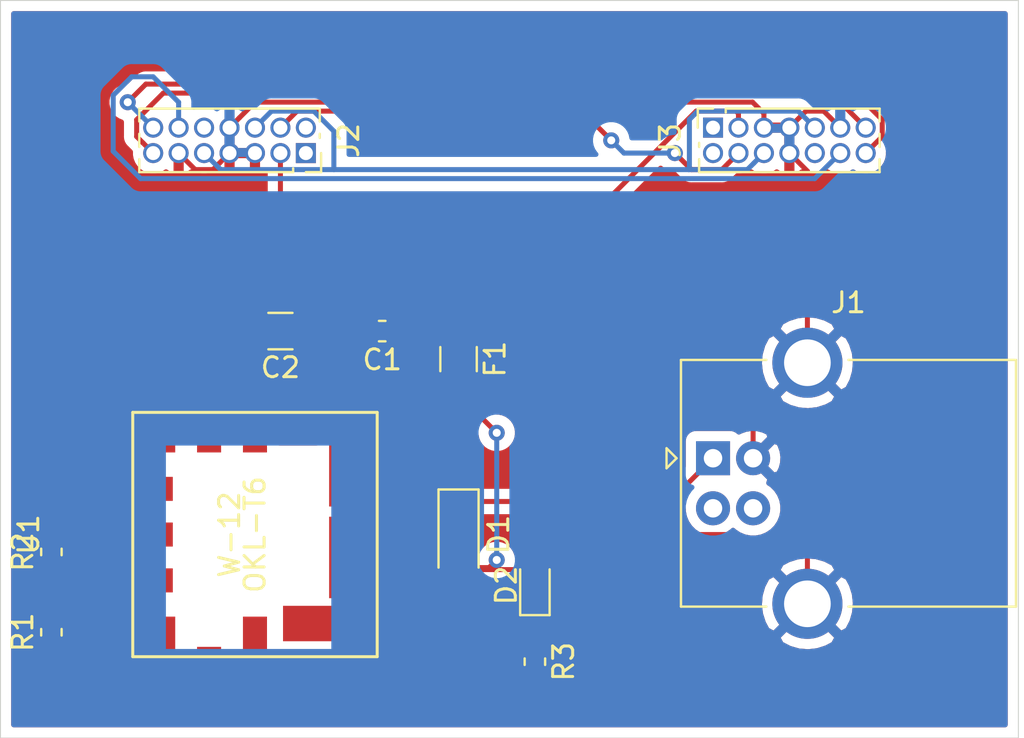
<source format=kicad_pcb>
(kicad_pcb (version 20171130) (host pcbnew 5.1.5)

  (general
    (thickness 1.6)
    (drawings 4)
    (tracks 129)
    (zones 0)
    (modules 12)
    (nets 25)
  )

  (page A4)
  (layers
    (0 F.Cu signal)
    (31 B.Cu signal)
    (32 B.Adhes user)
    (33 F.Adhes user)
    (34 B.Paste user)
    (35 F.Paste user)
    (36 B.SilkS user)
    (37 F.SilkS user)
    (38 B.Mask user)
    (39 F.Mask user)
    (40 Dwgs.User user)
    (41 Cmts.User user)
    (42 Eco1.User user)
    (43 Eco2.User user)
    (44 Edge.Cuts user)
    (45 Margin user)
    (46 B.CrtYd user)
    (47 F.CrtYd user)
    (48 B.Fab user)
    (49 F.Fab user)
  )

  (setup
    (last_trace_width 0.25)
    (trace_clearance 0.2)
    (zone_clearance 0.508)
    (zone_45_only no)
    (trace_min 0.2)
    (via_size 0.8)
    (via_drill 0.4)
    (via_min_size 0.4)
    (via_min_drill 0.3)
    (uvia_size 0.3)
    (uvia_drill 0.1)
    (uvias_allowed no)
    (uvia_min_size 0.2)
    (uvia_min_drill 0.1)
    (edge_width 0.05)
    (segment_width 0.2)
    (pcb_text_width 0.3)
    (pcb_text_size 1.5 1.5)
    (mod_edge_width 0.12)
    (mod_text_size 1 1)
    (mod_text_width 0.15)
    (pad_size 1.524 1.524)
    (pad_drill 0.762)
    (pad_to_mask_clearance 0.051)
    (solder_mask_min_width 0.25)
    (aux_axis_origin 0 0)
    (visible_elements FFFFFF7F)
    (pcbplotparams
      (layerselection 0x010fc_ffffffff)
      (usegerberextensions false)
      (usegerberattributes false)
      (usegerberadvancedattributes false)
      (creategerberjobfile false)
      (excludeedgelayer true)
      (linewidth 0.100000)
      (plotframeref false)
      (viasonmask false)
      (mode 1)
      (useauxorigin false)
      (hpglpennumber 1)
      (hpglpenspeed 20)
      (hpglpendiameter 15.000000)
      (psnegative false)
      (psa4output false)
      (plotreference true)
      (plotvalue true)
      (plotinvisibletext false)
      (padsonsilk false)
      (subtractmaskfromsilk false)
      (outputformat 1)
      (mirror false)
      (drillshape 1)
      (scaleselection 1)
      (outputdirectory ""))
  )

  (net 0 "")
  (net 1 "Net-(C1-Pad2)")
  (net 2 +3V3)
  (net 3 GND)
  (net 4 "Net-(D1-Pad2)")
  (net 5 +5V)
  (net 6 "Net-(D2-Pad1)")
  (net 7 "Net-(J1-Pad3)")
  (net 8 "Net-(J1-Pad2)")
  (net 9 /TX)
  (net 10 /RX)
  (net 11 /RST)
  (net 12 "Net-(J2-Pad10)")
  (net 13 /SWCLK)
  (net 14 /SWDIO)
  (net 15 "Net-(J2-Pad2)")
  (net 16 "Net-(J2-Pad1)")
  (net 17 "Net-(J3-Pad10)")
  (net 18 "Net-(J3-Pad2)")
  (net 19 "Net-(J3-Pad1)")
  (net 20 "Net-(R1-Pad2)")
  (net 21 "Net-(R1-Pad1)")
  (net 22 "Net-(U1-PadC5)")
  (net 23 "Net-(U1-PadD1)")
  (net 24 "Net-(U1-PadE1)")

  (net_class Default "This is the default net class."
    (clearance 0.2)
    (trace_width 0.25)
    (via_dia 0.8)
    (via_drill 0.4)
    (uvia_dia 0.3)
    (uvia_drill 0.1)
    (add_net +3V3)
    (add_net +5V)
    (add_net /RST)
    (add_net /RX)
    (add_net /SWCLK)
    (add_net /SWDIO)
    (add_net /TX)
    (add_net GND)
    (add_net "Net-(C1-Pad2)")
    (add_net "Net-(D1-Pad2)")
    (add_net "Net-(D2-Pad1)")
    (add_net "Net-(J1-Pad2)")
    (add_net "Net-(J1-Pad3)")
    (add_net "Net-(J2-Pad1)")
    (add_net "Net-(J2-Pad10)")
    (add_net "Net-(J2-Pad2)")
    (add_net "Net-(J3-Pad1)")
    (add_net "Net-(J3-Pad10)")
    (add_net "Net-(J3-Pad2)")
    (add_net "Net-(R1-Pad1)")
    (add_net "Net-(R1-Pad2)")
    (add_net "Net-(U1-PadC5)")
    (add_net "Net-(U1-PadD1)")
    (add_net "Net-(U1-PadE1)")
  )

  (module tools:OKL-T6-W12 (layer F.Cu) (tedit 5DAEC9B5) (tstamp 5E246DA3)
    (at 142.24 120.65 270)
    (path /5E2431CF)
    (fp_text reference U1 (at 0 11.295 90) (layer F.SilkS)
      (effects (font (size 1 1) (thickness 0.15)))
    )
    (fp_text value OKL-T6-W12 (at 0 10.295 90) (layer F.Fab)
      (effects (font (size 1 1) (thickness 0.15)))
    )
    (fp_text user W-12 (at 0 1.27 90) (layer F.SilkS)
      (effects (font (size 1 1) (thickness 0.15)))
    )
    (fp_text user OKL-T6 (at 0 0 90) (layer F.SilkS)
      (effects (font (size 1 1) (thickness 0.15)))
    )
    (fp_line (start -6.1 6.1) (end -6.1 -6.1) (layer F.SilkS) (width 0.15))
    (fp_line (start 6.1 -6.1) (end 6.1 6.1) (layer F.SilkS) (width 0.15))
    (fp_line (start -6.1 -6.1) (end 6.1 -6.1) (layer F.SilkS) (width 0.15))
    (fp_line (start 6.1 6.1) (end -6.1 6.1) (layer F.SilkS) (width 0.15))
    (pad A5 smd rect (at 4.445 -3.435) (size 4.07 1.77) (layers F.Cu F.Paste F.Mask)
      (net 4 "Net-(D1-Pad2)"))
    (pad A3 smd rect (at 1.145 -4.585 270) (size 4.07 1.77) (layers F.Cu F.Paste F.Mask)
      (net 3 GND))
    (pad A1 smd rect (at -3.435 -4.585 270) (size 4.07 1.77) (layers F.Cu F.Paste F.Mask)
      (net 5 +5V))
    (pad A1 smd rect (at -2.29 -5.56 270) (size 1.2 3) (layers F.Cu F.Paste F.Mask)
      (net 5 +5V))
    (pad A3 smd rect (at 2.29 -5.6 270) (size 1.2 3) (layers F.Cu F.Paste F.Mask)
      (net 3 GND))
    (pad A3 smd rect (at 0 -5.6 270) (size 1.2 3) (layers F.Cu F.Paste F.Mask)
      (net 3 GND))
    (pad "" smd rect (at 2.29 5.6 270) (size 1.2 3) (layers F.Cu F.Paste F.Mask))
    (pad "" smd rect (at -2.28 5.6 270) (size 1.2 3) (layers F.Cu F.Paste F.Mask))
    (pad A3 smd rect (at 0 5.6 270) (size 1.2 3) (layers F.Cu F.Paste F.Mask)
      (net 3 GND))
    (pad "" smd rect (at 6.36 2.29 270) (size 1.5 1.2) (layers F.Cu F.Paste F.Mask))
    (pad A5 smd rect (at 5.6 -4.58 270) (size 3 1.2) (layers F.Cu F.Paste F.Mask)
      (net 4 "Net-(D1-Pad2)"))
    (pad C5 smd rect (at 5.6 0 270) (size 3 1.2) (layers F.Cu F.Paste F.Mask)
      (net 22 "Net-(U1-PadC5)"))
    (pad E5 smd rect (at 5.6 4.58 270) (size 3 1.2) (layers F.Cu F.Paste F.Mask)
      (net 21 "Net-(R1-Pad1)"))
    (pad A1 smd rect (at -5.6 -4.58 270) (size 3 1.2) (layers F.Cu F.Paste F.Mask)
      (net 5 +5V))
    (pad C1 smd rect (at -5.6 0 270) (size 3 1.2) (layers F.Cu F.Paste F.Mask)
      (net 3 GND))
    (pad D1 smd rect (at -5.6 2.29 270) (size 3 1.2) (layers F.Cu F.Paste F.Mask)
      (net 23 "Net-(U1-PadD1)"))
    (pad E1 smd rect (at -5.6 4.58 270) (size 3 1.2) (layers F.Cu F.Paste F.Mask)
      (net 24 "Net-(U1-PadE1)"))
  )

  (module Resistor_SMD:R_0603_1608Metric (layer F.Cu) (tedit 5B301BBD) (tstamp 5E246B1D)
    (at 156.21 127 270)
    (descr "Resistor SMD 0603 (1608 Metric), square (rectangular) end terminal, IPC_7351 nominal, (Body size source: http://www.tortai-tech.com/upload/download/2011102023233369053.pdf), generated with kicad-footprint-generator")
    (tags resistor)
    (path /5E24BCAB)
    (attr smd)
    (fp_text reference R3 (at 0 -1.43 90) (layer F.SilkS)
      (effects (font (size 1 1) (thickness 0.15)))
    )
    (fp_text value 220Ω (at 0 1.43 90) (layer F.Fab)
      (effects (font (size 1 1) (thickness 0.15)))
    )
    (fp_text user %R (at 0 0 90) (layer F.Fab)
      (effects (font (size 0.4 0.4) (thickness 0.06)))
    )
    (fp_line (start 1.48 0.73) (end -1.48 0.73) (layer F.CrtYd) (width 0.05))
    (fp_line (start 1.48 -0.73) (end 1.48 0.73) (layer F.CrtYd) (width 0.05))
    (fp_line (start -1.48 -0.73) (end 1.48 -0.73) (layer F.CrtYd) (width 0.05))
    (fp_line (start -1.48 0.73) (end -1.48 -0.73) (layer F.CrtYd) (width 0.05))
    (fp_line (start -0.162779 0.51) (end 0.162779 0.51) (layer F.SilkS) (width 0.12))
    (fp_line (start -0.162779 -0.51) (end 0.162779 -0.51) (layer F.SilkS) (width 0.12))
    (fp_line (start 0.8 0.4) (end -0.8 0.4) (layer F.Fab) (width 0.1))
    (fp_line (start 0.8 -0.4) (end 0.8 0.4) (layer F.Fab) (width 0.1))
    (fp_line (start -0.8 -0.4) (end 0.8 -0.4) (layer F.Fab) (width 0.1))
    (fp_line (start -0.8 0.4) (end -0.8 -0.4) (layer F.Fab) (width 0.1))
    (pad 2 smd roundrect (at 0.7875 0 270) (size 0.875 0.95) (layers F.Cu F.Paste F.Mask) (roundrect_rratio 0.25)
      (net 3 GND))
    (pad 1 smd roundrect (at -0.7875 0 270) (size 0.875 0.95) (layers F.Cu F.Paste F.Mask) (roundrect_rratio 0.25)
      (net 6 "Net-(D2-Pad1)"))
    (model ${KISYS3DMOD}/Resistor_SMD.3dshapes/R_0603_1608Metric.wrl
      (at (xyz 0 0 0))
      (scale (xyz 1 1 1))
      (rotate (xyz 0 0 0))
    )
  )

  (module Resistor_SMD:R_0603_1608Metric (layer F.Cu) (tedit 5B301BBD) (tstamp 5E246B0C)
    (at 132.08 121.52 90)
    (descr "Resistor SMD 0603 (1608 Metric), square (rectangular) end terminal, IPC_7351 nominal, (Body size source: http://www.tortai-tech.com/upload/download/2011102023233369053.pdf), generated with kicad-footprint-generator")
    (tags resistor)
    (path /5E24751A)
    (attr smd)
    (fp_text reference R2 (at 0 -1.43 90) (layer F.SilkS)
      (effects (font (size 1 1) (thickness 0.15)))
    )
    (fp_text value 680Ω (at 0 1.43 90) (layer F.Fab)
      (effects (font (size 1 1) (thickness 0.15)))
    )
    (fp_text user %R (at 0 0 90) (layer F.Fab)
      (effects (font (size 0.4 0.4) (thickness 0.06)))
    )
    (fp_line (start 1.48 0.73) (end -1.48 0.73) (layer F.CrtYd) (width 0.05))
    (fp_line (start 1.48 -0.73) (end 1.48 0.73) (layer F.CrtYd) (width 0.05))
    (fp_line (start -1.48 -0.73) (end 1.48 -0.73) (layer F.CrtYd) (width 0.05))
    (fp_line (start -1.48 0.73) (end -1.48 -0.73) (layer F.CrtYd) (width 0.05))
    (fp_line (start -0.162779 0.51) (end 0.162779 0.51) (layer F.SilkS) (width 0.12))
    (fp_line (start -0.162779 -0.51) (end 0.162779 -0.51) (layer F.SilkS) (width 0.12))
    (fp_line (start 0.8 0.4) (end -0.8 0.4) (layer F.Fab) (width 0.1))
    (fp_line (start 0.8 -0.4) (end 0.8 0.4) (layer F.Fab) (width 0.1))
    (fp_line (start -0.8 -0.4) (end 0.8 -0.4) (layer F.Fab) (width 0.1))
    (fp_line (start -0.8 0.4) (end -0.8 -0.4) (layer F.Fab) (width 0.1))
    (pad 2 smd roundrect (at 0.7875 0 90) (size 0.875 0.95) (layers F.Cu F.Paste F.Mask) (roundrect_rratio 0.25)
      (net 3 GND))
    (pad 1 smd roundrect (at -0.7875 0 90) (size 0.875 0.95) (layers F.Cu F.Paste F.Mask) (roundrect_rratio 0.25)
      (net 20 "Net-(R1-Pad2)"))
    (model ${KISYS3DMOD}/Resistor_SMD.3dshapes/R_0603_1608Metric.wrl
      (at (xyz 0 0 0))
      (scale (xyz 1 1 1))
      (rotate (xyz 0 0 0))
    )
  )

  (module Resistor_SMD:R_0603_1608Metric (layer F.Cu) (tedit 5B301BBD) (tstamp 5E246AFB)
    (at 132.08 125.53 90)
    (descr "Resistor SMD 0603 (1608 Metric), square (rectangular) end terminal, IPC_7351 nominal, (Body size source: http://www.tortai-tech.com/upload/download/2011102023233369053.pdf), generated with kicad-footprint-generator")
    (tags resistor)
    (path /5E2471F0)
    (attr smd)
    (fp_text reference R1 (at 0 -1.43 90) (layer F.SilkS)
      (effects (font (size 1 1) (thickness 0.15)))
    )
    (fp_text value 1.5kΩ (at 0 1.43 90) (layer F.Fab)
      (effects (font (size 1 1) (thickness 0.15)))
    )
    (fp_text user %R (at 0 0 90) (layer F.Fab)
      (effects (font (size 0.4 0.4) (thickness 0.06)))
    )
    (fp_line (start 1.48 0.73) (end -1.48 0.73) (layer F.CrtYd) (width 0.05))
    (fp_line (start 1.48 -0.73) (end 1.48 0.73) (layer F.CrtYd) (width 0.05))
    (fp_line (start -1.48 -0.73) (end 1.48 -0.73) (layer F.CrtYd) (width 0.05))
    (fp_line (start -1.48 0.73) (end -1.48 -0.73) (layer F.CrtYd) (width 0.05))
    (fp_line (start -0.162779 0.51) (end 0.162779 0.51) (layer F.SilkS) (width 0.12))
    (fp_line (start -0.162779 -0.51) (end 0.162779 -0.51) (layer F.SilkS) (width 0.12))
    (fp_line (start 0.8 0.4) (end -0.8 0.4) (layer F.Fab) (width 0.1))
    (fp_line (start 0.8 -0.4) (end 0.8 0.4) (layer F.Fab) (width 0.1))
    (fp_line (start -0.8 -0.4) (end 0.8 -0.4) (layer F.Fab) (width 0.1))
    (fp_line (start -0.8 0.4) (end -0.8 -0.4) (layer F.Fab) (width 0.1))
    (pad 2 smd roundrect (at 0.7875 0 90) (size 0.875 0.95) (layers F.Cu F.Paste F.Mask) (roundrect_rratio 0.25)
      (net 20 "Net-(R1-Pad2)"))
    (pad 1 smd roundrect (at -0.7875 0 90) (size 0.875 0.95) (layers F.Cu F.Paste F.Mask) (roundrect_rratio 0.25)
      (net 21 "Net-(R1-Pad1)"))
    (model ${KISYS3DMOD}/Resistor_SMD.3dshapes/R_0603_1608Metric.wrl
      (at (xyz 0 0 0))
      (scale (xyz 1 1 1))
      (rotate (xyz 0 0 0))
    )
  )

  (module Connector_PinSocket_1.27mm:PinSocket_2x07_P1.27mm_Vertical (layer F.Cu) (tedit 5A19A41F) (tstamp 5E246AEA)
    (at 165.1 100.33 90)
    (descr "Through hole straight socket strip, 2x07, 1.27mm pitch, double cols (from Kicad 4.0.7), script generated")
    (tags "Through hole socket strip THT 2x07 1.27mm double row")
    (path /5E24D858)
    (fp_text reference J3 (at -0.635 -2.135 90) (layer F.SilkS)
      (effects (font (size 1 1) (thickness 0.15)))
    )
    (fp_text value STLinkV3-MINI (at -0.635 9.755 90) (layer F.Fab)
      (effects (font (size 1 1) (thickness 0.15)))
    )
    (fp_text user %R (at -0.635 3.81) (layer F.Fab)
      (effects (font (size 1 1) (thickness 0.15)))
    )
    (fp_line (start -2.67 8.75) (end -2.67 -1.15) (layer F.CrtYd) (width 0.05))
    (fp_line (start 1.38 8.75) (end -2.67 8.75) (layer F.CrtYd) (width 0.05))
    (fp_line (start 1.38 -1.15) (end 1.38 8.75) (layer F.CrtYd) (width 0.05))
    (fp_line (start -2.67 -1.15) (end 1.38 -1.15) (layer F.CrtYd) (width 0.05))
    (fp_line (start 0 -0.76) (end 0.95 -0.76) (layer F.SilkS) (width 0.12))
    (fp_line (start 0.95 -0.76) (end 0.95 0) (layer F.SilkS) (width 0.12))
    (fp_line (start 0.76 0.635) (end 0.95 0.635) (layer F.SilkS) (width 0.12))
    (fp_line (start 0.95 0.635) (end 0.95 8.315) (layer F.SilkS) (width 0.12))
    (fp_line (start -0.96247 8.315) (end -0.30753 8.315) (layer F.SilkS) (width 0.12))
    (fp_line (start -2.22 8.315) (end -1.57753 8.315) (layer F.SilkS) (width 0.12))
    (fp_line (start 0.30753 8.315) (end 0.95 8.315) (layer F.SilkS) (width 0.12))
    (fp_line (start -2.22 -0.695) (end -2.22 8.315) (layer F.SilkS) (width 0.12))
    (fp_line (start -0.96247 -0.695) (end -0.76 -0.695) (layer F.SilkS) (width 0.12))
    (fp_line (start -2.22 -0.695) (end -1.57753 -0.695) (layer F.SilkS) (width 0.12))
    (fp_line (start -2.16 8.255) (end -2.16 -0.635) (layer F.Fab) (width 0.1))
    (fp_line (start 0.89 8.255) (end -2.16 8.255) (layer F.Fab) (width 0.1))
    (fp_line (start 0.89 0.1275) (end 0.89 8.255) (layer F.Fab) (width 0.1))
    (fp_line (start 0.1275 -0.635) (end 0.89 0.1275) (layer F.Fab) (width 0.1))
    (fp_line (start -2.16 -0.635) (end 0.1275 -0.635) (layer F.Fab) (width 0.1))
    (pad 14 thru_hole oval (at -1.27 7.62 90) (size 1 1) (drill 0.7) (layers *.Cu *.Mask)
      (net 9 /TX))
    (pad 13 thru_hole oval (at 0 7.62 90) (size 1 1) (drill 0.7) (layers *.Cu *.Mask)
      (net 10 /RX))
    (pad 12 thru_hole oval (at -1.27 6.35 90) (size 1 1) (drill 0.7) (layers *.Cu *.Mask)
      (net 11 /RST))
    (pad 11 thru_hole oval (at 0 6.35 90) (size 1 1) (drill 0.7) (layers *.Cu *.Mask)
      (net 3 GND))
    (pad 10 thru_hole oval (at -1.27 5.08 90) (size 1 1) (drill 0.7) (layers *.Cu *.Mask)
      (net 17 "Net-(J3-Pad10)"))
    (pad 9 thru_hole oval (at 0 5.08 90) (size 1 1) (drill 0.7) (layers *.Cu *.Mask)
      (net 13 /SWCLK))
    (pad 8 thru_hole oval (at -1.27 3.81 90) (size 1 1) (drill 0.7) (layers *.Cu *.Mask)
      (net 3 GND))
    (pad 7 thru_hole oval (at 0 3.81 90) (size 1 1) (drill 0.7) (layers *.Cu *.Mask)
      (net 3 GND))
    (pad 6 thru_hole oval (at -1.27 2.54 90) (size 1 1) (drill 0.7) (layers *.Cu *.Mask)
      (net 13 /SWCLK))
    (pad 5 thru_hole oval (at 0 2.54 90) (size 1 1) (drill 0.7) (layers *.Cu *.Mask)
      (net 3 GND))
    (pad 4 thru_hole oval (at -1.27 1.27 90) (size 1 1) (drill 0.7) (layers *.Cu *.Mask)
      (net 14 /SWDIO))
    (pad 3 thru_hole oval (at 0 1.27 90) (size 1 1) (drill 0.7) (layers *.Cu *.Mask)
      (net 2 +3V3))
    (pad 2 thru_hole oval (at -1.27 0 90) (size 1 1) (drill 0.7) (layers *.Cu *.Mask)
      (net 18 "Net-(J3-Pad2)"))
    (pad 1 thru_hole rect (at 0 0 90) (size 1 1) (drill 0.7) (layers *.Cu *.Mask)
      (net 19 "Net-(J3-Pad1)"))
    (model ${KISYS3DMOD}/Connector_PinSocket_1.27mm.3dshapes/PinSocket_2x07_P1.27mm_Vertical.wrl
      (at (xyz 0 0 0))
      (scale (xyz 1 1 1))
      (rotate (xyz 0 0 0))
    )
  )

  (module Connector_PinSocket_1.27mm:PinSocket_2x07_P1.27mm_Vertical (layer F.Cu) (tedit 5A19A41F) (tstamp 5E246AC4)
    (at 144.78 101.6 270)
    (descr "Through hole straight socket strip, 2x07, 1.27mm pitch, double cols (from Kicad 4.0.7), script generated")
    (tags "Through hole socket strip THT 2x07 1.27mm double row")
    (path /5E241529)
    (fp_text reference J2 (at -0.635 -2.135 90) (layer F.SilkS)
      (effects (font (size 1 1) (thickness 0.15)))
    )
    (fp_text value STLinkV3-MINI (at -0.635 9.755 90) (layer F.Fab)
      (effects (font (size 1 1) (thickness 0.15)))
    )
    (fp_text user %R (at -0.635 3.81) (layer F.Fab)
      (effects (font (size 1 1) (thickness 0.15)))
    )
    (fp_line (start -2.67 8.75) (end -2.67 -1.15) (layer F.CrtYd) (width 0.05))
    (fp_line (start 1.38 8.75) (end -2.67 8.75) (layer F.CrtYd) (width 0.05))
    (fp_line (start 1.38 -1.15) (end 1.38 8.75) (layer F.CrtYd) (width 0.05))
    (fp_line (start -2.67 -1.15) (end 1.38 -1.15) (layer F.CrtYd) (width 0.05))
    (fp_line (start 0 -0.76) (end 0.95 -0.76) (layer F.SilkS) (width 0.12))
    (fp_line (start 0.95 -0.76) (end 0.95 0) (layer F.SilkS) (width 0.12))
    (fp_line (start 0.76 0.635) (end 0.95 0.635) (layer F.SilkS) (width 0.12))
    (fp_line (start 0.95 0.635) (end 0.95 8.315) (layer F.SilkS) (width 0.12))
    (fp_line (start -0.96247 8.315) (end -0.30753 8.315) (layer F.SilkS) (width 0.12))
    (fp_line (start -2.22 8.315) (end -1.57753 8.315) (layer F.SilkS) (width 0.12))
    (fp_line (start 0.30753 8.315) (end 0.95 8.315) (layer F.SilkS) (width 0.12))
    (fp_line (start -2.22 -0.695) (end -2.22 8.315) (layer F.SilkS) (width 0.12))
    (fp_line (start -0.96247 -0.695) (end -0.76 -0.695) (layer F.SilkS) (width 0.12))
    (fp_line (start -2.22 -0.695) (end -1.57753 -0.695) (layer F.SilkS) (width 0.12))
    (fp_line (start -2.16 8.255) (end -2.16 -0.635) (layer F.Fab) (width 0.1))
    (fp_line (start 0.89 8.255) (end -2.16 8.255) (layer F.Fab) (width 0.1))
    (fp_line (start 0.89 0.1275) (end 0.89 8.255) (layer F.Fab) (width 0.1))
    (fp_line (start 0.1275 -0.635) (end 0.89 0.1275) (layer F.Fab) (width 0.1))
    (fp_line (start -2.16 -0.635) (end 0.1275 -0.635) (layer F.Fab) (width 0.1))
    (pad 14 thru_hole oval (at -1.27 7.62 270) (size 1 1) (drill 0.7) (layers *.Cu *.Mask)
      (net 9 /TX))
    (pad 13 thru_hole oval (at 0 7.62 270) (size 1 1) (drill 0.7) (layers *.Cu *.Mask)
      (net 10 /RX))
    (pad 12 thru_hole oval (at -1.27 6.35 270) (size 1 1) (drill 0.7) (layers *.Cu *.Mask)
      (net 11 /RST))
    (pad 11 thru_hole oval (at 0 6.35 270) (size 1 1) (drill 0.7) (layers *.Cu *.Mask)
      (net 3 GND))
    (pad 10 thru_hole oval (at -1.27 5.08 270) (size 1 1) (drill 0.7) (layers *.Cu *.Mask)
      (net 12 "Net-(J2-Pad10)"))
    (pad 9 thru_hole oval (at 0 5.08 270) (size 1 1) (drill 0.7) (layers *.Cu *.Mask)
      (net 13 /SWCLK))
    (pad 8 thru_hole oval (at -1.27 3.81 270) (size 1 1) (drill 0.7) (layers *.Cu *.Mask)
      (net 3 GND))
    (pad 7 thru_hole oval (at 0 3.81 270) (size 1 1) (drill 0.7) (layers *.Cu *.Mask)
      (net 3 GND))
    (pad 6 thru_hole oval (at -1.27 2.54 270) (size 1 1) (drill 0.7) (layers *.Cu *.Mask)
      (net 13 /SWCLK))
    (pad 5 thru_hole oval (at 0 2.54 270) (size 1 1) (drill 0.7) (layers *.Cu *.Mask)
      (net 3 GND))
    (pad 4 thru_hole oval (at -1.27 1.27 270) (size 1 1) (drill 0.7) (layers *.Cu *.Mask)
      (net 14 /SWDIO))
    (pad 3 thru_hole oval (at 0 1.27 270) (size 1 1) (drill 0.7) (layers *.Cu *.Mask)
      (net 2 +3V3))
    (pad 2 thru_hole oval (at -1.27 0 270) (size 1 1) (drill 0.7) (layers *.Cu *.Mask)
      (net 15 "Net-(J2-Pad2)"))
    (pad 1 thru_hole rect (at 0 0 270) (size 1 1) (drill 0.7) (layers *.Cu *.Mask)
      (net 16 "Net-(J2-Pad1)"))
    (model ${KISYS3DMOD}/Connector_PinSocket_1.27mm.3dshapes/PinSocket_2x07_P1.27mm_Vertical.wrl
      (at (xyz 0 0 0))
      (scale (xyz 1 1 1))
      (rotate (xyz 0 0 0))
    )
  )

  (module Connector_USB:USB_B_OST_USB-B1HSxx_Horizontal (layer F.Cu) (tedit 5AFE01FF) (tstamp 5E246A9E)
    (at 165.1 116.84)
    (descr "USB B receptacle, Horizontal, through-hole, http://www.on-shore.com/wp-content/uploads/2015/09/usb-b1hsxx.pdf")
    (tags "USB-B receptacle horizontal through-hole")
    (path /5E241FD3)
    (fp_text reference J1 (at 6.76 -7.77) (layer F.SilkS)
      (effects (font (size 1 1) (thickness 0.15)))
    )
    (fp_text value USB_B (at 6.76 10.27) (layer F.Fab)
      (effects (font (size 1 1) (thickness 0.15)))
    )
    (fp_text user %R (at 6.76 1.25) (layer F.Fab)
      (effects (font (size 1 1) (thickness 0.15)))
    )
    (fp_line (start 15.51 -7.02) (end -1.99 -7.02) (layer F.CrtYd) (width 0.05))
    (fp_line (start 15.51 9.52) (end 15.51 -7.02) (layer F.CrtYd) (width 0.05))
    (fp_line (start -1.99 9.52) (end 15.51 9.52) (layer F.CrtYd) (width 0.05))
    (fp_line (start -1.99 -7.02) (end -1.99 9.52) (layer F.CrtYd) (width 0.05))
    (fp_line (start -2.32 0.5) (end -1.82 0) (layer F.SilkS) (width 0.12))
    (fp_line (start -2.32 -0.5) (end -2.32 0.5) (layer F.SilkS) (width 0.12))
    (fp_line (start -1.82 0) (end -2.32 -0.5) (layer F.SilkS) (width 0.12))
    (fp_line (start 15.12 7.41) (end 6.76 7.41) (layer F.SilkS) (width 0.12))
    (fp_line (start 15.12 -4.91) (end 15.12 7.41) (layer F.SilkS) (width 0.12))
    (fp_line (start 6.76 -4.91) (end 15.12 -4.91) (layer F.SilkS) (width 0.12))
    (fp_line (start -1.6 7.41) (end 2.66 7.41) (layer F.SilkS) (width 0.12))
    (fp_line (start -1.6 -4.91) (end -1.6 7.41) (layer F.SilkS) (width 0.12))
    (fp_line (start 2.66 -4.91) (end -1.6 -4.91) (layer F.SilkS) (width 0.12))
    (fp_line (start -1.49 -3.8) (end -0.49 -4.8) (layer F.Fab) (width 0.1))
    (fp_line (start -1.49 7.3) (end -1.49 -3.8) (layer F.Fab) (width 0.1))
    (fp_line (start 15.01 7.3) (end -1.49 7.3) (layer F.Fab) (width 0.1))
    (fp_line (start 15.01 -4.8) (end 15.01 7.3) (layer F.Fab) (width 0.1))
    (fp_line (start -0.49 -4.8) (end 15.01 -4.8) (layer F.Fab) (width 0.1))
    (pad 5 thru_hole circle (at 4.71 7.27) (size 3.5 3.5) (drill 2.33) (layers *.Cu *.Mask)
      (net 3 GND))
    (pad 5 thru_hole circle (at 4.71 -4.77) (size 3.5 3.5) (drill 2.33) (layers *.Cu *.Mask)
      (net 3 GND))
    (pad 4 thru_hole circle (at 2 0) (size 1.7 1.7) (drill 0.92) (layers *.Cu *.Mask)
      (net 3 GND))
    (pad 3 thru_hole circle (at 2 2.5) (size 1.7 1.7) (drill 0.92) (layers *.Cu *.Mask)
      (net 7 "Net-(J1-Pad3)"))
    (pad 2 thru_hole circle (at 0 2.5) (size 1.7 1.7) (drill 0.92) (layers *.Cu *.Mask)
      (net 8 "Net-(J1-Pad2)"))
    (pad 1 thru_hole rect (at 0 0) (size 1.7 1.7) (drill 0.92) (layers *.Cu *.Mask)
      (net 5 +5V))
    (model ${KISYS3DMOD}/Connector_USB.3dshapes/USB_B_OST_USB-B1HSxx_Horizontal.wrl
      (at (xyz 0 0 0))
      (scale (xyz 1 1 1))
      (rotate (xyz 0 0 0))
    )
  )

  (module Fuse:Fuse_1206_3216Metric (layer F.Cu) (tedit 5B301BBE) (tstamp 5E246A81)
    (at 152.4 111.89 270)
    (descr "Fuse SMD 1206 (3216 Metric), square (rectangular) end terminal, IPC_7351 nominal, (Body size source: http://www.tortai-tech.com/upload/download/2011102023233369053.pdf), generated with kicad-footprint-generator")
    (tags resistor)
    (path /5E255323)
    (attr smd)
    (fp_text reference F1 (at 0 -1.82 90) (layer F.SilkS)
      (effects (font (size 1 1) (thickness 0.15)))
    )
    (fp_text value Polyfuse (at 0 1.82 90) (layer F.Fab)
      (effects (font (size 1 1) (thickness 0.15)))
    )
    (fp_text user %R (at 0 0 90) (layer F.Fab)
      (effects (font (size 0.8 0.8) (thickness 0.12)))
    )
    (fp_line (start 2.28 1.12) (end -2.28 1.12) (layer F.CrtYd) (width 0.05))
    (fp_line (start 2.28 -1.12) (end 2.28 1.12) (layer F.CrtYd) (width 0.05))
    (fp_line (start -2.28 -1.12) (end 2.28 -1.12) (layer F.CrtYd) (width 0.05))
    (fp_line (start -2.28 1.12) (end -2.28 -1.12) (layer F.CrtYd) (width 0.05))
    (fp_line (start -0.602064 0.91) (end 0.602064 0.91) (layer F.SilkS) (width 0.12))
    (fp_line (start -0.602064 -0.91) (end 0.602064 -0.91) (layer F.SilkS) (width 0.12))
    (fp_line (start 1.6 0.8) (end -1.6 0.8) (layer F.Fab) (width 0.1))
    (fp_line (start 1.6 -0.8) (end 1.6 0.8) (layer F.Fab) (width 0.1))
    (fp_line (start -1.6 -0.8) (end 1.6 -0.8) (layer F.Fab) (width 0.1))
    (fp_line (start -1.6 0.8) (end -1.6 -0.8) (layer F.Fab) (width 0.1))
    (pad 2 smd roundrect (at 1.4 0 270) (size 1.25 1.75) (layers F.Cu F.Paste F.Mask) (roundrect_rratio 0.2)
      (net 4 "Net-(D1-Pad2)"))
    (pad 1 smd roundrect (at -1.4 0 270) (size 1.25 1.75) (layers F.Cu F.Paste F.Mask) (roundrect_rratio 0.2)
      (net 2 +3V3))
    (model ${KISYS3DMOD}/Fuse.3dshapes/Fuse_1206_3216Metric.wrl
      (at (xyz 0 0 0))
      (scale (xyz 1 1 1))
      (rotate (xyz 0 0 0))
    )
  )

  (module LED_SMD:LED_0603_1608Metric (layer F.Cu) (tedit 5B301BBE) (tstamp 5E246A70)
    (at 156.21 123.19 90)
    (descr "LED SMD 0603 (1608 Metric), square (rectangular) end terminal, IPC_7351 nominal, (Body size source: http://www.tortai-tech.com/upload/download/2011102023233369053.pdf), generated with kicad-footprint-generator")
    (tags diode)
    (path /5E24B2C6)
    (attr smd)
    (fp_text reference D2 (at 0 -1.43 90) (layer F.SilkS)
      (effects (font (size 1 1) (thickness 0.15)))
    )
    (fp_text value D (at 0 1.43 90) (layer F.Fab)
      (effects (font (size 1 1) (thickness 0.15)))
    )
    (fp_text user %R (at 0 0 90) (layer F.Fab)
      (effects (font (size 0.4 0.4) (thickness 0.06)))
    )
    (fp_line (start 1.48 0.73) (end -1.48 0.73) (layer F.CrtYd) (width 0.05))
    (fp_line (start 1.48 -0.73) (end 1.48 0.73) (layer F.CrtYd) (width 0.05))
    (fp_line (start -1.48 -0.73) (end 1.48 -0.73) (layer F.CrtYd) (width 0.05))
    (fp_line (start -1.48 0.73) (end -1.48 -0.73) (layer F.CrtYd) (width 0.05))
    (fp_line (start -1.485 0.735) (end 0.8 0.735) (layer F.SilkS) (width 0.12))
    (fp_line (start -1.485 -0.735) (end -1.485 0.735) (layer F.SilkS) (width 0.12))
    (fp_line (start 0.8 -0.735) (end -1.485 -0.735) (layer F.SilkS) (width 0.12))
    (fp_line (start 0.8 0.4) (end 0.8 -0.4) (layer F.Fab) (width 0.1))
    (fp_line (start -0.8 0.4) (end 0.8 0.4) (layer F.Fab) (width 0.1))
    (fp_line (start -0.8 -0.1) (end -0.8 0.4) (layer F.Fab) (width 0.1))
    (fp_line (start -0.5 -0.4) (end -0.8 -0.1) (layer F.Fab) (width 0.1))
    (fp_line (start 0.8 -0.4) (end -0.5 -0.4) (layer F.Fab) (width 0.1))
    (pad 2 smd roundrect (at 0.7875 0 90) (size 0.875 0.95) (layers F.Cu F.Paste F.Mask) (roundrect_rratio 0.25)
      (net 4 "Net-(D1-Pad2)"))
    (pad 1 smd roundrect (at -0.7875 0 90) (size 0.875 0.95) (layers F.Cu F.Paste F.Mask) (roundrect_rratio 0.25)
      (net 6 "Net-(D2-Pad1)"))
    (model ${KISYS3DMOD}/LED_SMD.3dshapes/LED_0603_1608Metric.wrl
      (at (xyz 0 0 0))
      (scale (xyz 1 1 1))
      (rotate (xyz 0 0 0))
    )
  )

  (module Diode_SMD:D_SOD-123 (layer F.Cu) (tedit 58645DC7) (tstamp 5E246A5D)
    (at 152.4 120.65 270)
    (descr SOD-123)
    (tags SOD-123)
    (path /5E244A56)
    (attr smd)
    (fp_text reference D1 (at 0 -2 90) (layer F.SilkS)
      (effects (font (size 1 1) (thickness 0.15)))
    )
    (fp_text value RevD (at 0 2.1 90) (layer F.Fab)
      (effects (font (size 1 1) (thickness 0.15)))
    )
    (fp_line (start -2.25 -1) (end 1.65 -1) (layer F.SilkS) (width 0.12))
    (fp_line (start -2.25 1) (end 1.65 1) (layer F.SilkS) (width 0.12))
    (fp_line (start -2.35 -1.15) (end -2.35 1.15) (layer F.CrtYd) (width 0.05))
    (fp_line (start 2.35 1.15) (end -2.35 1.15) (layer F.CrtYd) (width 0.05))
    (fp_line (start 2.35 -1.15) (end 2.35 1.15) (layer F.CrtYd) (width 0.05))
    (fp_line (start -2.35 -1.15) (end 2.35 -1.15) (layer F.CrtYd) (width 0.05))
    (fp_line (start -1.4 -0.9) (end 1.4 -0.9) (layer F.Fab) (width 0.1))
    (fp_line (start 1.4 -0.9) (end 1.4 0.9) (layer F.Fab) (width 0.1))
    (fp_line (start 1.4 0.9) (end -1.4 0.9) (layer F.Fab) (width 0.1))
    (fp_line (start -1.4 0.9) (end -1.4 -0.9) (layer F.Fab) (width 0.1))
    (fp_line (start -0.75 0) (end -0.35 0) (layer F.Fab) (width 0.1))
    (fp_line (start -0.35 0) (end -0.35 -0.55) (layer F.Fab) (width 0.1))
    (fp_line (start -0.35 0) (end -0.35 0.55) (layer F.Fab) (width 0.1))
    (fp_line (start -0.35 0) (end 0.25 -0.4) (layer F.Fab) (width 0.1))
    (fp_line (start 0.25 -0.4) (end 0.25 0.4) (layer F.Fab) (width 0.1))
    (fp_line (start 0.25 0.4) (end -0.35 0) (layer F.Fab) (width 0.1))
    (fp_line (start 0.25 0) (end 0.75 0) (layer F.Fab) (width 0.1))
    (fp_line (start -2.25 -1) (end -2.25 1) (layer F.SilkS) (width 0.12))
    (fp_text user %R (at 0 -2 90) (layer F.Fab)
      (effects (font (size 1 1) (thickness 0.15)))
    )
    (pad 2 smd rect (at 1.65 0 270) (size 0.9 1.2) (layers F.Cu F.Paste F.Mask)
      (net 4 "Net-(D1-Pad2)"))
    (pad 1 smd rect (at -1.65 0 270) (size 0.9 1.2) (layers F.Cu F.Paste F.Mask)
      (net 5 +5V))
    (model ${KISYS3DMOD}/Diode_SMD.3dshapes/D_SOD-123.wrl
      (at (xyz 0 0 0))
      (scale (xyz 1 1 1))
      (rotate (xyz 0 0 0))
    )
  )

  (module Capacitor_SMD:C_1206_3216Metric (layer F.Cu) (tedit 5B301BBE) (tstamp 5E246A44)
    (at 143.51 110.49 180)
    (descr "Capacitor SMD 1206 (3216 Metric), square (rectangular) end terminal, IPC_7351 nominal, (Body size source: http://www.tortai-tech.com/upload/download/2011102023233369053.pdf), generated with kicad-footprint-generator")
    (tags capacitor)
    (path /5E24FA4F)
    (attr smd)
    (fp_text reference C2 (at 0 -1.82) (layer F.SilkS)
      (effects (font (size 1 1) (thickness 0.15)))
    )
    (fp_text value 10uF (at 0 1.82) (layer F.Fab)
      (effects (font (size 1 1) (thickness 0.15)))
    )
    (fp_text user %R (at 0 0) (layer F.Fab)
      (effects (font (size 0.8 0.8) (thickness 0.12)))
    )
    (fp_line (start 2.28 1.12) (end -2.28 1.12) (layer F.CrtYd) (width 0.05))
    (fp_line (start 2.28 -1.12) (end 2.28 1.12) (layer F.CrtYd) (width 0.05))
    (fp_line (start -2.28 -1.12) (end 2.28 -1.12) (layer F.CrtYd) (width 0.05))
    (fp_line (start -2.28 1.12) (end -2.28 -1.12) (layer F.CrtYd) (width 0.05))
    (fp_line (start -0.602064 0.91) (end 0.602064 0.91) (layer F.SilkS) (width 0.12))
    (fp_line (start -0.602064 -0.91) (end 0.602064 -0.91) (layer F.SilkS) (width 0.12))
    (fp_line (start 1.6 0.8) (end -1.6 0.8) (layer F.Fab) (width 0.1))
    (fp_line (start 1.6 -0.8) (end 1.6 0.8) (layer F.Fab) (width 0.1))
    (fp_line (start -1.6 -0.8) (end 1.6 -0.8) (layer F.Fab) (width 0.1))
    (fp_line (start -1.6 0.8) (end -1.6 -0.8) (layer F.Fab) (width 0.1))
    (pad 2 smd roundrect (at 1.4 0 180) (size 1.25 1.75) (layers F.Cu F.Paste F.Mask) (roundrect_rratio 0.2)
      (net 3 GND))
    (pad 1 smd roundrect (at -1.4 0 180) (size 1.25 1.75) (layers F.Cu F.Paste F.Mask) (roundrect_rratio 0.2)
      (net 1 "Net-(C1-Pad2)"))
    (model ${KISYS3DMOD}/Capacitor_SMD.3dshapes/C_1206_3216Metric.wrl
      (at (xyz 0 0 0))
      (scale (xyz 1 1 1))
      (rotate (xyz 0 0 0))
    )
  )

  (module Capacitor_SMD:C_0603_1608Metric (layer F.Cu) (tedit 5B301BBE) (tstamp 5E246A33)
    (at 148.59 110.49 180)
    (descr "Capacitor SMD 0603 (1608 Metric), square (rectangular) end terminal, IPC_7351 nominal, (Body size source: http://www.tortai-tech.com/upload/download/2011102023233369053.pdf), generated with kicad-footprint-generator")
    (tags capacitor)
    (path /5E24F321)
    (attr smd)
    (fp_text reference C1 (at 0 -1.43) (layer F.SilkS)
      (effects (font (size 1 1) (thickness 0.15)))
    )
    (fp_text value 0.1uF (at 0 1.43) (layer F.Fab)
      (effects (font (size 1 1) (thickness 0.15)))
    )
    (fp_text user %R (at 0 0) (layer F.Fab)
      (effects (font (size 0.4 0.4) (thickness 0.06)))
    )
    (fp_line (start 1.48 0.73) (end -1.48 0.73) (layer F.CrtYd) (width 0.05))
    (fp_line (start 1.48 -0.73) (end 1.48 0.73) (layer F.CrtYd) (width 0.05))
    (fp_line (start -1.48 -0.73) (end 1.48 -0.73) (layer F.CrtYd) (width 0.05))
    (fp_line (start -1.48 0.73) (end -1.48 -0.73) (layer F.CrtYd) (width 0.05))
    (fp_line (start -0.162779 0.51) (end 0.162779 0.51) (layer F.SilkS) (width 0.12))
    (fp_line (start -0.162779 -0.51) (end 0.162779 -0.51) (layer F.SilkS) (width 0.12))
    (fp_line (start 0.8 0.4) (end -0.8 0.4) (layer F.Fab) (width 0.1))
    (fp_line (start 0.8 -0.4) (end 0.8 0.4) (layer F.Fab) (width 0.1))
    (fp_line (start -0.8 -0.4) (end 0.8 -0.4) (layer F.Fab) (width 0.1))
    (fp_line (start -0.8 0.4) (end -0.8 -0.4) (layer F.Fab) (width 0.1))
    (pad 2 smd roundrect (at 0.7875 0 180) (size 0.875 0.95) (layers F.Cu F.Paste F.Mask) (roundrect_rratio 0.25)
      (net 1 "Net-(C1-Pad2)"))
    (pad 1 smd roundrect (at -0.7875 0 180) (size 0.875 0.95) (layers F.Cu F.Paste F.Mask) (roundrect_rratio 0.25)
      (net 2 +3V3))
    (model ${KISYS3DMOD}/Capacitor_SMD.3dshapes/C_0603_1608Metric.wrl
      (at (xyz 0 0 0))
      (scale (xyz 1 1 1))
      (rotate (xyz 0 0 0))
    )
  )

  (gr_line (start 180.34 93.98) (end 180.34 130.81) (layer Edge.Cuts) (width 0.05) (tstamp 5E247413))
  (gr_line (start 129.54 93.98) (end 180.34 93.98) (layer Edge.Cuts) (width 0.05))
  (gr_line (start 129.54 130.81) (end 129.54 93.98) (layer Edge.Cuts) (width 0.05))
  (gr_line (start 180.34 130.81) (end 129.54 130.81) (layer Edge.Cuts) (width 0.05))

  (segment (start 147.8025 110.49) (end 144.91 110.49) (width 0.25) (layer F.Cu) (net 1))
  (segment (start 143.51 104.6225) (end 149.3775 110.49) (width 0.25) (layer F.Cu) (net 2))
  (segment (start 143.51 101.6) (end 143.51 104.6225) (width 0.25) (layer F.Cu) (net 2))
  (segment (start 152.4 110.49) (end 149.3775 110.49) (width 0.25) (layer F.Cu) (net 2))
  (segment (start 166.37 99.622894) (end 166.37 100.33) (width 0.25) (layer F.Cu) (net 2))
  (segment (start 166.252105 99.504999) (end 166.37 99.622894) (width 0.25) (layer F.Cu) (net 2))
  (segment (start 164.260001 99.504999) (end 166.252105 99.504999) (width 0.25) (layer F.Cu) (net 2))
  (segment (start 153.275 110.49) (end 164.260001 99.504999) (width 0.25) (layer F.Cu) (net 2))
  (segment (start 152.4 110.49) (end 153.275 110.49) (width 0.25) (layer F.Cu) (net 2))
  (segment (start 169.81 102.5) (end 168.91 101.6) (width 0.25) (layer F.Cu) (net 3))
  (segment (start 169.81 112.07) (end 169.81 102.5) (width 0.25) (layer F.Cu) (net 3))
  (segment (start 168.91 101.6) (end 168.91 100.33) (width 0.25) (layer F.Cu) (net 3))
  (segment (start 168.91 100.33) (end 167.64 100.33) (width 0.25) (layer F.Cu) (net 3))
  (segment (start 170.624999 99.504999) (end 170.950001 99.830001) (width 0.25) (layer F.Cu) (net 3))
  (segment (start 170.950001 99.830001) (end 171.45 100.33) (width 0.25) (layer F.Cu) (net 3))
  (segment (start 169.735001 99.504999) (end 170.624999 99.504999) (width 0.25) (layer F.Cu) (net 3))
  (segment (start 168.91 100.33) (end 169.735001 99.504999) (width 0.25) (layer F.Cu) (net 3))
  (segment (start 142.24 110.62) (end 142.11 110.49) (width 0.25) (layer F.Cu) (net 3))
  (segment (start 142.24 115.05) (end 142.24 110.62) (width 0.25) (layer F.Cu) (net 3))
  (segment (start 139.534998 110.49) (end 141.485 110.49) (width 0.25) (layer F.Cu) (net 3))
  (segment (start 141.485 110.49) (end 142.11 110.49) (width 0.25) (layer F.Cu) (net 3))
  (segment (start 134.814999 115.209999) (end 139.534998 110.49) (width 0.25) (layer F.Cu) (net 3))
  (segment (start 134.814999 120.574999) (end 134.814999 115.209999) (width 0.25) (layer F.Cu) (net 3))
  (segment (start 134.89 120.65) (end 134.814999 120.574999) (width 0.25) (layer F.Cu) (net 3))
  (segment (start 136.64 120.65) (end 134.89 120.65) (width 0.25) (layer F.Cu) (net 3))
  (segment (start 132.1625 120.65) (end 132.08 120.7325) (width 0.25) (layer F.Cu) (net 3))
  (segment (start 136.64 120.65) (end 132.1625 120.65) (width 0.25) (layer F.Cu) (net 3))
  (segment (start 147.84 120.78) (end 146.825 121.795) (width 0.25) (layer F.Cu) (net 3))
  (segment (start 147.84 120.65) (end 147.84 120.78) (width 0.25) (layer F.Cu) (net 3))
  (segment (start 147.84 122.81) (end 146.825 121.795) (width 0.25) (layer F.Cu) (net 3))
  (segment (start 147.84 122.94) (end 147.84 122.81) (width 0.25) (layer F.Cu) (net 3))
  (segment (start 166.1325 127.7875) (end 169.81 124.11) (width 0.25) (layer F.Cu) (net 3))
  (segment (start 156.21 127.7875) (end 166.1325 127.7875) (width 0.25) (layer F.Cu) (net 3))
  (segment (start 169.81 119.55) (end 167.1 116.84) (width 0.25) (layer F.Cu) (net 3))
  (segment (start 169.81 124.11) (end 169.81 119.55) (width 0.25) (layer F.Cu) (net 3))
  (segment (start 167.1 114.78) (end 169.81 112.07) (width 0.25) (layer F.Cu) (net 3))
  (segment (start 167.1 116.84) (end 167.1 114.78) (width 0.25) (layer F.Cu) (net 3))
  (segment (start 142.245011 99.054989) (end 141.469999 99.830001) (width 0.25) (layer F.Cu) (net 3))
  (segment (start 141.469999 99.830001) (end 140.97 100.33) (width 0.25) (layer F.Cu) (net 3))
  (segment (start 167.072095 99.054989) (end 142.245011 99.054989) (width 0.25) (layer F.Cu) (net 3))
  (segment (start 167.64 99.622894) (end 167.072095 99.054989) (width 0.25) (layer F.Cu) (net 3))
  (segment (start 167.64 100.33) (end 167.64 99.622894) (width 0.25) (layer F.Cu) (net 3))
  (segment (start 140.97 101.6) (end 140.97 100.33) (width 0.25) (layer F.Cu) (net 3))
  (segment (start 142.24 101.6) (end 140.97 101.6) (width 0.25) (layer F.Cu) (net 3))
  (segment (start 140.144999 102.425001) (end 140.470001 102.099999) (width 0.25) (layer F.Cu) (net 3))
  (segment (start 138.43 101.6) (end 139.255001 102.425001) (width 0.25) (layer F.Cu) (net 3))
  (segment (start 139.255001 102.425001) (end 140.144999 102.425001) (width 0.25) (layer F.Cu) (net 3))
  (segment (start 140.470001 102.099999) (end 140.97 101.6) (width 0.25) (layer F.Cu) (net 3))
  (segment (start 166.35 120.65) (end 169.81 124.11) (width 0.25) (layer F.Cu) (net 3))
  (segment (start 147.84 120.65) (end 166.35 120.65) (width 0.25) (layer F.Cu) (net 3))
  (segment (start 155.735 127.7875) (end 156.21 127.7875) (width 0.25) (layer F.Cu) (net 3))
  (segment (start 132.603507 128.085001) (end 155.437499 128.085001) (width 0.25) (layer F.Cu) (net 3))
  (segment (start 131.27999 126.761484) (end 132.603507 128.085001) (width 0.25) (layer F.Cu) (net 3))
  (segment (start 131.27999 121.05751) (end 131.27999 126.761484) (width 0.25) (layer F.Cu) (net 3))
  (segment (start 155.437499 128.085001) (end 155.735 127.7875) (width 0.25) (layer F.Cu) (net 3))
  (segment (start 131.605 120.7325) (end 131.27999 121.05751) (width 0.25) (layer F.Cu) (net 3))
  (segment (start 132.08 120.7325) (end 131.605 120.7325) (width 0.25) (layer F.Cu) (net 3))
  (segment (start 146.82 126.24) (end 145.675 125.095) (width 0.25) (layer F.Cu) (net 4))
  (segment (start 146.82 126.25) (end 146.82 126.24) (width 0.25) (layer F.Cu) (net 4))
  (segment (start 152.4 123) (end 152.4 122.3) (width 0.25) (layer F.Cu) (net 4))
  (segment (start 149.15 126.25) (end 152.4 123) (width 0.25) (layer F.Cu) (net 4))
  (segment (start 146.82 126.25) (end 149.15 126.25) (width 0.25) (layer F.Cu) (net 4))
  (segment (start 152.5025 122.4025) (end 152.4 122.3) (width 0.25) (layer F.Cu) (net 4))
  (segment (start 156.21 122.4025) (end 152.5025 122.4025) (width 0.25) (layer F.Cu) (net 4))
  (via (at 154.305 121.92) (size 0.8) (drill 0.4) (layers F.Cu B.Cu) (net 4))
  (segment (start 152.4 122.3) (end 153.925 122.3) (width 0.25) (layer F.Cu) (net 4))
  (segment (start 153.925 122.3) (end 154.305 121.92) (width 0.25) (layer F.Cu) (net 4))
  (via (at 154.305 115.57) (size 0.8) (drill 0.4) (layers F.Cu B.Cu) (net 4))
  (segment (start 154.305 121.92) (end 154.305 115.57) (width 0.25) (layer B.Cu) (net 4))
  (segment (start 152.4 113.665) (end 152.4 113.29) (width 0.25) (layer F.Cu) (net 4))
  (segment (start 154.305 115.57) (end 152.4 113.665) (width 0.25) (layer F.Cu) (net 4))
  (segment (start 147.8 118.19) (end 146.825 117.215) (width 0.25) (layer F.Cu) (net 5))
  (segment (start 147.8 118.36) (end 147.8 118.19) (width 0.25) (layer F.Cu) (net 5))
  (segment (start 146.82 117.21) (end 146.825 117.215) (width 0.25) (layer F.Cu) (net 5))
  (segment (start 146.82 115.05) (end 146.82 117.21) (width 0.25) (layer F.Cu) (net 5))
  (segment (start 151.76 118.36) (end 152.4 119) (width 0.25) (layer F.Cu) (net 5))
  (segment (start 147.8 118.36) (end 151.76 118.36) (width 0.25) (layer F.Cu) (net 5))
  (segment (start 162.94 119) (end 165.1 116.84) (width 0.25) (layer F.Cu) (net 5))
  (segment (start 152.4 119) (end 162.94 119) (width 0.25) (layer F.Cu) (net 5))
  (segment (start 156.21 126.2125) (end 156.21 123.9775) (width 0.25) (layer F.Cu) (net 6))
  (segment (start 172.72 101.6) (end 173.545001 100.774999) (width 0.25) (layer F.Cu) (net 9))
  (segment (start 173.545001 99.933999) (end 171.765971 98.154969) (width 0.25) (layer F.Cu) (net 9))
  (segment (start 173.545001 100.774999) (end 173.545001 99.933999) (width 0.25) (layer F.Cu) (net 9))
  (via (at 135.89 99.06) (size 0.8) (drill 0.4) (layers F.Cu B.Cu) (net 9))
  (segment (start 171.765971 98.154969) (end 136.795031 98.154969) (width 0.25) (layer F.Cu) (net 9))
  (segment (start 136.795031 98.154969) (end 135.89 99.06) (width 0.25) (layer F.Cu) (net 9))
  (segment (start 135.89 99.06) (end 137.16 100.33) (width 0.25) (layer B.Cu) (net 9))
  (segment (start 136.660001 101.100001) (end 137.16 101.6) (width 0.25) (layer F.Cu) (net 10))
  (segment (start 136.334999 100.774999) (end 136.660001 101.100001) (width 0.25) (layer F.Cu) (net 10))
  (segment (start 136.334999 99.933999) (end 136.334999 100.774999) (width 0.25) (layer F.Cu) (net 10))
  (segment (start 137.664019 98.604979) (end 136.334999 99.933999) (width 0.25) (layer F.Cu) (net 10))
  (segment (start 170.994979 98.604979) (end 137.664019 98.604979) (width 0.25) (layer F.Cu) (net 10))
  (segment (start 172.72 100.33) (end 170.994979 98.604979) (width 0.25) (layer F.Cu) (net 10))
  (segment (start 138.43 99.06) (end 138.43 100.33) (width 0.25) (layer B.Cu) (net 11))
  (segment (start 137.16 97.79) (end 138.43 99.06) (width 0.25) (layer B.Cu) (net 11))
  (segment (start 136.086998 97.79) (end 137.16 97.79) (width 0.25) (layer B.Cu) (net 11))
  (segment (start 170.17499 102.87501) (end 136.53001 102.87501) (width 0.25) (layer B.Cu) (net 11))
  (segment (start 135.164999 101.509999) (end 135.164999 98.711999) (width 0.25) (layer B.Cu) (net 11))
  (segment (start 171.45 101.6) (end 170.17499 102.87501) (width 0.25) (layer B.Cu) (net 11))
  (segment (start 136.53001 102.87501) (end 135.164999 101.509999) (width 0.25) (layer B.Cu) (net 11))
  (segment (start 135.164999 98.711999) (end 136.086998 97.79) (width 0.25) (layer B.Cu) (net 11))
  (segment (start 167.140001 102.099999) (end 167.64 101.6) (width 0.25) (layer B.Cu) (net 13))
  (segment (start 166.814999 102.425001) (end 167.140001 102.099999) (width 0.25) (layer B.Cu) (net 13))
  (segment (start 139.7 101.6) (end 140.525001 102.425001) (width 0.25) (layer B.Cu) (net 13))
  (segment (start 146.177 100.505998) (end 146.177 102.425) (width 0.25) (layer B.Cu) (net 13))
  (segment (start 142.24 100.33) (end 143.065001 99.504999) (width 0.25) (layer B.Cu) (net 13))
  (segment (start 145.176001 99.504999) (end 146.177 100.505998) (width 0.25) (layer B.Cu) (net 13))
  (segment (start 143.065001 99.504999) (end 145.176001 99.504999) (width 0.25) (layer B.Cu) (net 13))
  (segment (start 163.920001 102.398999) (end 163.893999 102.425001) (width 0.25) (layer B.Cu) (net 13))
  (segment (start 164.339999 99.504999) (end 163.920001 99.924997) (width 0.25) (layer B.Cu) (net 13))
  (segment (start 163.920001 99.924997) (end 163.920001 102.398999) (width 0.25) (layer B.Cu) (net 13))
  (segment (start 170.18 100.33) (end 169.354999 99.504999) (width 0.25) (layer B.Cu) (net 13))
  (segment (start 140.525001 102.425001) (end 163.893999 102.425001) (width 0.25) (layer B.Cu) (net 13))
  (segment (start 169.354999 99.504999) (end 164.339999 99.504999) (width 0.25) (layer B.Cu) (net 13))
  (segment (start 163.893999 102.425001) (end 166.814999 102.425001) (width 0.25) (layer B.Cu) (net 13))
  (segment (start 144.335001 99.504999) (end 158.559999 99.504999) (width 0.25) (layer F.Cu) (net 14))
  (segment (start 143.51 100.33) (end 144.335001 99.504999) (width 0.25) (layer F.Cu) (net 14))
  (via (at 160.02 100.965) (size 0.8) (drill 0.4) (layers F.Cu B.Cu) (net 14))
  (segment (start 158.559999 99.504999) (end 160.02 100.965) (width 0.25) (layer F.Cu) (net 14))
  (via (at 163.195 101.6) (size 0.8) (drill 0.4) (layers F.Cu B.Cu) (net 14))
  (segment (start 160.02 100.965) (end 160.655 101.6) (width 0.25) (layer B.Cu) (net 14))
  (segment (start 160.655 101.6) (end 163.195 101.6) (width 0.25) (layer B.Cu) (net 14))
  (segment (start 165.870001 102.099999) (end 166.37 101.6) (width 0.25) (layer F.Cu) (net 14))
  (segment (start 165.544999 102.425001) (end 165.870001 102.099999) (width 0.25) (layer F.Cu) (net 14))
  (segment (start 164.020001 102.425001) (end 165.544999 102.425001) (width 0.25) (layer F.Cu) (net 14))
  (segment (start 163.195 101.6) (end 164.020001 102.425001) (width 0.25) (layer F.Cu) (net 14))
  (segment (start 132.08 124.7425) (end 132.08 122.3075) (width 0.25) (layer F.Cu) (net 20))
  (segment (start 137.5925 126.3175) (end 137.66 126.25) (width 0.25) (layer F.Cu) (net 21))
  (segment (start 132.08 126.3175) (end 137.5925 126.3175) (width 0.25) (layer F.Cu) (net 21))

  (zone (net 3) (net_name GND) (layer B.Cu) (tstamp 0) (hatch edge 0.508)
    (connect_pads (clearance 0.508))
    (min_thickness 0.254)
    (fill yes (arc_segments 32) (thermal_gap 0.508) (thermal_bridge_width 0.508))
    (polygon
      (pts
        (xy 180.34 130.81) (xy 129.54 130.81) (xy 129.54 93.98) (xy 180.34 93.98)
      )
    )
    (filled_polygon
      (pts
        (xy 179.680001 130.15) (xy 130.2 130.15) (xy 130.2 116.205) (xy 137.668 116.205) (xy 137.668 126.365)
        (xy 137.67044 126.389776) (xy 137.677667 126.413601) (xy 137.689403 126.435557) (xy 137.705197 126.454803) (xy 137.724443 126.470597)
        (xy 137.746399 126.482333) (xy 137.770224 126.48956) (xy 137.795 126.492) (xy 146.05 126.492) (xy 146.074776 126.48956)
        (xy 146.098601 126.482333) (xy 146.120557 126.470597) (xy 146.139803 126.454803) (xy 146.155597 126.435557) (xy 146.167333 126.413601)
        (xy 146.17456 126.389776) (xy 146.177 126.365) (xy 146.177 125.779609) (xy 168.319997 125.779609) (xy 168.506073 126.120766)
        (xy 168.923409 126.336513) (xy 169.374815 126.466696) (xy 169.842946 126.506313) (xy 170.309811 126.453842) (xy 170.757468 126.311297)
        (xy 171.113927 126.120766) (xy 171.300003 125.779609) (xy 169.81 124.289605) (xy 168.319997 125.779609) (xy 146.177 125.779609)
        (xy 146.177 124.142946) (xy 167.413687 124.142946) (xy 167.466158 124.609811) (xy 167.608703 125.057468) (xy 167.799234 125.413927)
        (xy 168.140391 125.600003) (xy 169.630395 124.11) (xy 169.989605 124.11) (xy 171.479609 125.600003) (xy 171.820766 125.413927)
        (xy 172.036513 124.996591) (xy 172.166696 124.545185) (xy 172.206313 124.077054) (xy 172.153842 123.610189) (xy 172.011297 123.162532)
        (xy 171.820766 122.806073) (xy 171.479609 122.619997) (xy 169.989605 124.11) (xy 169.630395 124.11) (xy 168.140391 122.619997)
        (xy 167.799234 122.806073) (xy 167.583487 123.223409) (xy 167.453304 123.674815) (xy 167.413687 124.142946) (xy 146.177 124.142946)
        (xy 146.177 116.205) (xy 146.17456 116.180224) (xy 146.167333 116.156399) (xy 146.155597 116.134443) (xy 146.139803 116.115197)
        (xy 146.120557 116.099403) (xy 146.098601 116.087667) (xy 146.074776 116.08044) (xy 146.05 116.078) (xy 137.795 116.078)
        (xy 137.770224 116.08044) (xy 137.746399 116.087667) (xy 137.724443 116.099403) (xy 137.705197 116.115197) (xy 137.689403 116.134443)
        (xy 137.677667 116.156399) (xy 137.67044 116.180224) (xy 137.668 116.205) (xy 130.2 116.205) (xy 130.2 115.468061)
        (xy 153.27 115.468061) (xy 153.27 115.671939) (xy 153.309774 115.871898) (xy 153.387795 116.060256) (xy 153.501063 116.229774)
        (xy 153.545001 116.273712) (xy 153.545 121.216289) (xy 153.501063 121.260226) (xy 153.387795 121.429744) (xy 153.309774 121.618102)
        (xy 153.27 121.818061) (xy 153.27 122.021939) (xy 153.309774 122.221898) (xy 153.387795 122.410256) (xy 153.501063 122.579774)
        (xy 153.645226 122.723937) (xy 153.814744 122.837205) (xy 154.003102 122.915226) (xy 154.203061 122.955) (xy 154.406939 122.955)
        (xy 154.606898 122.915226) (xy 154.795256 122.837205) (xy 154.964774 122.723937) (xy 155.108937 122.579774) (xy 155.202069 122.440391)
        (xy 168.319997 122.440391) (xy 169.81 123.930395) (xy 171.300003 122.440391) (xy 171.113927 122.099234) (xy 170.696591 121.883487)
        (xy 170.245185 121.753304) (xy 169.777054 121.713687) (xy 169.310189 121.766158) (xy 168.862532 121.908703) (xy 168.506073 122.099234)
        (xy 168.319997 122.440391) (xy 155.202069 122.440391) (xy 155.222205 122.410256) (xy 155.300226 122.221898) (xy 155.34 122.021939)
        (xy 155.34 121.818061) (xy 155.300226 121.618102) (xy 155.222205 121.429744) (xy 155.108937 121.260226) (xy 155.065 121.216289)
        (xy 155.065 116.273711) (xy 155.108937 116.229774) (xy 155.222205 116.060256) (xy 155.251306 115.99) (xy 163.611928 115.99)
        (xy 163.611928 117.69) (xy 163.624188 117.814482) (xy 163.660498 117.93418) (xy 163.719463 118.044494) (xy 163.798815 118.141185)
        (xy 163.895506 118.220537) (xy 164.00582 118.279502) (xy 164.04769 118.292203) (xy 163.946525 118.393368) (xy 163.78401 118.636589)
        (xy 163.672068 118.906842) (xy 163.615 119.19374) (xy 163.615 119.48626) (xy 163.672068 119.773158) (xy 163.78401 120.043411)
        (xy 163.946525 120.286632) (xy 164.153368 120.493475) (xy 164.396589 120.65599) (xy 164.666842 120.767932) (xy 164.95374 120.825)
        (xy 165.24626 120.825) (xy 165.533158 120.767932) (xy 165.803411 120.65599) (xy 166.046632 120.493475) (xy 166.1 120.440107)
        (xy 166.153368 120.493475) (xy 166.396589 120.65599) (xy 166.666842 120.767932) (xy 166.95374 120.825) (xy 167.24626 120.825)
        (xy 167.533158 120.767932) (xy 167.803411 120.65599) (xy 168.046632 120.493475) (xy 168.253475 120.286632) (xy 168.41599 120.043411)
        (xy 168.527932 119.773158) (xy 168.585 119.48626) (xy 168.585 119.19374) (xy 168.527932 118.906842) (xy 168.41599 118.636589)
        (xy 168.253475 118.393368) (xy 168.046632 118.186525) (xy 167.88359 118.077584) (xy 167.948792 117.868397) (xy 167.1 117.019605)
        (xy 167.085858 117.033748) (xy 166.906253 116.854143) (xy 166.920395 116.84) (xy 167.279605 116.84) (xy 168.128397 117.688792)
        (xy 168.377472 117.611157) (xy 168.503371 117.347117) (xy 168.575339 117.063589) (xy 168.590611 116.771469) (xy 168.548599 116.481981)
        (xy 168.450919 116.206253) (xy 168.377472 116.068843) (xy 168.128397 115.991208) (xy 167.279605 116.84) (xy 166.920395 116.84)
        (xy 166.906253 116.825858) (xy 167.085858 116.646253) (xy 167.1 116.660395) (xy 167.948792 115.811603) (xy 167.871157 115.562528)
        (xy 167.607117 115.436629) (xy 167.323589 115.364661) (xy 167.031469 115.349389) (xy 166.741981 115.391401) (xy 166.466253 115.489081)
        (xy 166.39015 115.529759) (xy 166.304494 115.459463) (xy 166.19418 115.400498) (xy 166.074482 115.364188) (xy 165.95 115.351928)
        (xy 164.25 115.351928) (xy 164.125518 115.364188) (xy 164.00582 115.400498) (xy 163.895506 115.459463) (xy 163.798815 115.538815)
        (xy 163.719463 115.635506) (xy 163.660498 115.74582) (xy 163.624188 115.865518) (xy 163.611928 115.99) (xy 155.251306 115.99)
        (xy 155.300226 115.871898) (xy 155.34 115.671939) (xy 155.34 115.468061) (xy 155.300226 115.268102) (xy 155.222205 115.079744)
        (xy 155.108937 114.910226) (xy 154.964774 114.766063) (xy 154.795256 114.652795) (xy 154.606898 114.574774) (xy 154.406939 114.535)
        (xy 154.203061 114.535) (xy 154.003102 114.574774) (xy 153.814744 114.652795) (xy 153.645226 114.766063) (xy 153.501063 114.910226)
        (xy 153.387795 115.079744) (xy 153.309774 115.268102) (xy 153.27 115.468061) (xy 130.2 115.468061) (xy 130.2 113.739609)
        (xy 168.319997 113.739609) (xy 168.506073 114.080766) (xy 168.923409 114.296513) (xy 169.374815 114.426696) (xy 169.842946 114.466313)
        (xy 170.309811 114.413842) (xy 170.757468 114.271297) (xy 171.113927 114.080766) (xy 171.300003 113.739609) (xy 169.81 112.249605)
        (xy 168.319997 113.739609) (xy 130.2 113.739609) (xy 130.2 112.102946) (xy 167.413687 112.102946) (xy 167.466158 112.569811)
        (xy 167.608703 113.017468) (xy 167.799234 113.373927) (xy 168.140391 113.560003) (xy 169.630395 112.07) (xy 169.989605 112.07)
        (xy 171.479609 113.560003) (xy 171.820766 113.373927) (xy 172.036513 112.956591) (xy 172.166696 112.505185) (xy 172.206313 112.037054)
        (xy 172.153842 111.570189) (xy 172.011297 111.122532) (xy 171.820766 110.766073) (xy 171.479609 110.579997) (xy 169.989605 112.07)
        (xy 169.630395 112.07) (xy 168.140391 110.579997) (xy 167.799234 110.766073) (xy 167.583487 111.183409) (xy 167.453304 111.634815)
        (xy 167.413687 112.102946) (xy 130.2 112.102946) (xy 130.2 110.400391) (xy 168.319997 110.400391) (xy 169.81 111.890395)
        (xy 171.300003 110.400391) (xy 171.113927 110.059234) (xy 170.696591 109.843487) (xy 170.245185 109.713304) (xy 169.777054 109.673687)
        (xy 169.310189 109.726158) (xy 168.862532 109.868703) (xy 168.506073 110.059234) (xy 168.319997 110.400391) (xy 130.2 110.400391)
        (xy 130.2 98.711999) (xy 134.401323 98.711999) (xy 134.405 98.749331) (xy 134.404999 101.472676) (xy 134.401323 101.509999)
        (xy 134.404999 101.547321) (xy 134.404999 101.547331) (xy 134.415996 101.658984) (xy 134.455747 101.790027) (xy 134.459453 101.802245)
        (xy 134.530025 101.934275) (xy 134.551323 101.960226) (xy 134.624998 102.05) (xy 134.654002 102.073803) (xy 135.966211 103.386013)
        (xy 135.990009 103.415011) (xy 136.019007 103.438809) (xy 136.105733 103.509984) (xy 136.237763 103.580556) (xy 136.381024 103.624013)
        (xy 136.492677 103.63501) (xy 136.492686 103.63501) (xy 136.530009 103.638686) (xy 136.567332 103.63501) (xy 170.137668 103.63501)
        (xy 170.17499 103.638686) (xy 170.212312 103.63501) (xy 170.212323 103.63501) (xy 170.323976 103.624013) (xy 170.467237 103.580556)
        (xy 170.599266 103.509984) (xy 170.714991 103.415011) (xy 170.738793 103.386008) (xy 171.389802 102.735) (xy 171.561788 102.735)
        (xy 171.781067 102.691383) (xy 171.987624 102.605824) (xy 172.085 102.540759) (xy 172.182376 102.605824) (xy 172.388933 102.691383)
        (xy 172.608212 102.735) (xy 172.831788 102.735) (xy 173.051067 102.691383) (xy 173.257624 102.605824) (xy 173.44352 102.481612)
        (xy 173.601612 102.32352) (xy 173.725824 102.137624) (xy 173.811383 101.931067) (xy 173.855 101.711788) (xy 173.855 101.488212)
        (xy 173.811383 101.268933) (xy 173.725824 101.062376) (xy 173.660759 100.965) (xy 173.725824 100.867624) (xy 173.811383 100.661067)
        (xy 173.855 100.441788) (xy 173.855 100.218212) (xy 173.811383 99.998933) (xy 173.725824 99.792376) (xy 173.601612 99.60648)
        (xy 173.44352 99.448388) (xy 173.257624 99.324176) (xy 173.051067 99.238617) (xy 172.831788 99.195) (xy 172.608212 99.195)
        (xy 172.388933 99.238617) (xy 172.182376 99.324176) (xy 172.080342 99.392353) (xy 172.010206 99.342877) (xy 171.806864 99.252554)
        (xy 171.751874 99.235881) (xy 171.577 99.362046) (xy 171.577 100.203) (xy 171.588026 100.203) (xy 171.585 100.218212)
        (xy 171.585 100.441788) (xy 171.588026 100.457) (xy 171.577 100.457) (xy 171.577 100.468026) (xy 171.561788 100.465)
        (xy 171.338212 100.465) (xy 171.323 100.468026) (xy 171.323 100.457) (xy 171.311974 100.457) (xy 171.315 100.441788)
        (xy 171.315 100.218212) (xy 171.311974 100.203) (xy 171.323 100.203) (xy 171.323 99.362046) (xy 171.148126 99.235881)
        (xy 171.093136 99.252554) (xy 170.889794 99.342877) (xy 170.819658 99.392353) (xy 170.717624 99.324176) (xy 170.511067 99.238617)
        (xy 170.291788 99.195) (xy 170.119801 99.195) (xy 169.918802 98.994001) (xy 169.895 98.964998) (xy 169.779275 98.870025)
        (xy 169.647246 98.799453) (xy 169.503985 98.755996) (xy 169.392332 98.744999) (xy 169.392321 98.744999) (xy 169.354999 98.741323)
        (xy 169.317677 98.744999) (xy 164.377322 98.744999) (xy 164.339999 98.741323) (xy 164.302676 98.744999) (xy 164.302666 98.744999)
        (xy 164.191013 98.755996) (xy 164.047752 98.799453) (xy 163.915723 98.870025) (xy 163.799998 98.964998) (xy 163.776195 98.994002)
        (xy 163.409004 99.361193) (xy 163.38 99.384996) (xy 163.327976 99.448388) (xy 163.285027 99.500721) (xy 163.23196 99.600001)
        (xy 163.214455 99.632751) (xy 163.170998 99.776012) (xy 163.160001 99.887665) (xy 163.160001 99.887675) (xy 163.156325 99.924997)
        (xy 163.160001 99.96232) (xy 163.160001 100.565) (xy 163.093061 100.565) (xy 162.893102 100.604774) (xy 162.704744 100.682795)
        (xy 162.535226 100.796063) (xy 162.491289 100.84) (xy 161.050413 100.84) (xy 161.015226 100.663102) (xy 160.937205 100.474744)
        (xy 160.823937 100.305226) (xy 160.679774 100.161063) (xy 160.510256 100.047795) (xy 160.321898 99.969774) (xy 160.121939 99.93)
        (xy 159.918061 99.93) (xy 159.718102 99.969774) (xy 159.529744 100.047795) (xy 159.360226 100.161063) (xy 159.216063 100.305226)
        (xy 159.102795 100.474744) (xy 159.024774 100.663102) (xy 158.985 100.863061) (xy 158.985 101.066939) (xy 159.024774 101.266898)
        (xy 159.102795 101.455256) (xy 159.216063 101.624774) (xy 159.25629 101.665001) (xy 146.937 101.665001) (xy 146.937 100.54332)
        (xy 146.940676 100.505997) (xy 146.937 100.468674) (xy 146.937 100.468665) (xy 146.926003 100.357012) (xy 146.882546 100.213751)
        (xy 146.811974 100.081722) (xy 146.717001 99.965997) (xy 146.688004 99.9422) (xy 145.739805 98.994001) (xy 145.716002 98.964998)
        (xy 145.600277 98.870025) (xy 145.468248 98.799453) (xy 145.324987 98.755996) (xy 145.213334 98.744999) (xy 145.213323 98.744999)
        (xy 145.176001 98.741323) (xy 145.138679 98.744999) (xy 143.102334 98.744999) (xy 143.065001 98.741322) (xy 143.027668 98.744999)
        (xy 142.916015 98.755996) (xy 142.772754 98.799453) (xy 142.640725 98.870025) (xy 142.525 98.964998) (xy 142.501202 98.993997)
        (xy 142.300198 99.195) (xy 142.128212 99.195) (xy 141.908933 99.238617) (xy 141.702376 99.324176) (xy 141.600342 99.392353)
        (xy 141.530206 99.342877) (xy 141.326864 99.252554) (xy 141.271874 99.235881) (xy 141.097 99.362046) (xy 141.097 100.203)
        (xy 141.108026 100.203) (xy 141.105 100.218212) (xy 141.105 100.441788) (xy 141.108026 100.457) (xy 141.097 100.457)
        (xy 141.097 101.473) (xy 142.113 101.473) (xy 142.113 101.461974) (xy 142.128212 101.465) (xy 142.351788 101.465)
        (xy 142.367 101.461974) (xy 142.367 101.473) (xy 142.378026 101.473) (xy 142.375 101.488212) (xy 142.375 101.665001)
        (xy 140.839803 101.665001) (xy 140.835 101.660198) (xy 140.835 101.488212) (xy 140.831974 101.473) (xy 140.843 101.473)
        (xy 140.843 100.457) (xy 140.831974 100.457) (xy 140.835 100.441788) (xy 140.835 100.218212) (xy 140.831974 100.203)
        (xy 140.843 100.203) (xy 140.843 99.362046) (xy 140.668126 99.235881) (xy 140.613136 99.252554) (xy 140.409794 99.342877)
        (xy 140.339658 99.392353) (xy 140.237624 99.324176) (xy 140.031067 99.238617) (xy 139.811788 99.195) (xy 139.588212 99.195)
        (xy 139.368933 99.238617) (xy 139.19 99.312734) (xy 139.19 99.097322) (xy 139.193676 99.059999) (xy 139.19 99.022676)
        (xy 139.19 99.022667) (xy 139.179003 98.911014) (xy 139.135546 98.767753) (xy 139.064974 98.635724) (xy 138.970001 98.519999)
        (xy 138.941003 98.496201) (xy 137.723804 97.279003) (xy 137.700001 97.249999) (xy 137.584276 97.155026) (xy 137.452247 97.084454)
        (xy 137.308986 97.040997) (xy 137.197333 97.03) (xy 137.197322 97.03) (xy 137.16 97.026324) (xy 137.122678 97.03)
        (xy 136.12432 97.03) (xy 136.086997 97.026324) (xy 136.049674 97.03) (xy 136.049665 97.03) (xy 135.938012 97.040997)
        (xy 135.794751 97.084454) (xy 135.662722 97.155026) (xy 135.66272 97.155027) (xy 135.662721 97.155027) (xy 135.575994 97.226201)
        (xy 135.57599 97.226205) (xy 135.546997 97.249999) (xy 135.523203 97.278992) (xy 134.653997 98.1482) (xy 134.624999 98.171998)
        (xy 134.601201 98.200996) (xy 134.6012 98.200997) (xy 134.530025 98.287723) (xy 134.459453 98.419753) (xy 134.436264 98.496201)
        (xy 134.419945 98.55) (xy 134.415997 98.563014) (xy 134.401323 98.711999) (xy 130.2 98.711999) (xy 130.2 94.64)
        (xy 179.68 94.64)
      )
    )
    (filled_polygon
      (pts
        (xy 138.557 101.473) (xy 138.568026 101.473) (xy 138.565 101.488212) (xy 138.565 101.711788) (xy 138.568026 101.727)
        (xy 138.557 101.727) (xy 138.557 101.747) (xy 138.303 101.747) (xy 138.303 101.727) (xy 138.291974 101.727)
        (xy 138.295 101.711788) (xy 138.295 101.488212) (xy 138.291974 101.473) (xy 138.303 101.473) (xy 138.303 101.461974)
        (xy 138.318212 101.465) (xy 138.541788 101.465) (xy 138.557 101.461974)
      )
    )
    (filled_polygon
      (pts
        (xy 169.045 100.269801) (xy 169.045 100.441788) (xy 169.048026 100.457) (xy 169.037 100.457) (xy 169.037 101.473)
        (xy 169.048026 101.473) (xy 169.045 101.488212) (xy 169.045 101.711788) (xy 169.048026 101.727) (xy 169.037 101.727)
        (xy 169.037 101.747) (xy 168.783 101.747) (xy 168.783 101.727) (xy 168.771974 101.727) (xy 168.775 101.711788)
        (xy 168.775 101.488212) (xy 168.771974 101.473) (xy 168.783 101.473) (xy 168.783 100.457) (xy 167.767 100.457)
        (xy 167.767 100.468026) (xy 167.751788 100.465) (xy 167.528212 100.465) (xy 167.513 100.468026) (xy 167.513 100.457)
        (xy 167.501974 100.457) (xy 167.505 100.441788) (xy 167.505 100.264999) (xy 169.040198 100.264999)
      )
    )
  )
  (zone (net 3) (net_name GND) (layer F.Cu) (tstamp 0) (hatch edge 0.508)
    (connect_pads (clearance 0.508))
    (min_thickness 0.254)
    (fill yes (arc_segments 32) (thermal_gap 0.508) (thermal_bridge_width 0.508))
    (polygon
      (pts
        (xy 180.34 130.81) (xy 129.54 130.81) (xy 129.54 93.98) (xy 180.34 93.98)
      )
    )
    (filled_polygon
      (pts
        (xy 179.680001 130.15) (xy 130.2 130.15) (xy 130.2 121.17) (xy 130.966928 121.17) (xy 130.979188 121.294482)
        (xy 131.015498 121.41418) (xy 131.074463 121.524494) (xy 131.1291 121.59107) (xy 131.111329 121.612725) (xy 131.03215 121.760858)
        (xy 130.983392 121.921592) (xy 130.966928 122.08875) (xy 130.966928 122.52625) (xy 130.983392 122.693408) (xy 131.03215 122.854142)
        (xy 131.111329 123.002275) (xy 131.217885 123.132115) (xy 131.320001 123.215918) (xy 131.32 123.834082) (xy 131.217885 123.917885)
        (xy 131.111329 124.047725) (xy 131.03215 124.195858) (xy 130.983392 124.356592) (xy 130.966928 124.52375) (xy 130.966928 124.96125)
        (xy 130.983392 125.128408) (xy 131.03215 125.289142) (xy 131.111329 125.437275) (xy 131.187426 125.53) (xy 131.111329 125.622725)
        (xy 131.03215 125.770858) (xy 130.983392 125.931592) (xy 130.966928 126.09875) (xy 130.966928 126.53625) (xy 130.983392 126.703408)
        (xy 131.03215 126.864142) (xy 131.111329 127.012275) (xy 131.217885 127.142115) (xy 131.347725 127.248671) (xy 131.495858 127.32785)
        (xy 131.656592 127.376608) (xy 131.82375 127.393072) (xy 132.33625 127.393072) (xy 132.503408 127.376608) (xy 132.664142 127.32785)
        (xy 132.812275 127.248671) (xy 132.942115 127.142115) (xy 132.995143 127.0775) (xy 136.421928 127.0775) (xy 136.421928 127.75)
        (xy 136.434188 127.874482) (xy 136.470498 127.99418) (xy 136.529463 128.104494) (xy 136.608815 128.201185) (xy 136.705506 128.280537)
        (xy 136.81582 128.339502) (xy 136.935518 128.375812) (xy 137.06 128.388072) (xy 138.26 128.388072) (xy 138.384482 128.375812)
        (xy 138.50418 128.339502) (xy 138.614494 128.280537) (xy 138.711185 128.201185) (xy 138.790537 128.104494) (xy 138.802327 128.082436)
        (xy 138.819463 128.114494) (xy 138.898815 128.211185) (xy 138.995506 128.290537) (xy 139.10582 128.349502) (xy 139.225518 128.385812)
        (xy 139.35 128.398072) (xy 140.55 128.398072) (xy 140.674482 128.385812) (xy 140.79418 128.349502) (xy 140.904494 128.290537)
        (xy 141.001185 128.211185) (xy 141.080537 128.114494) (xy 141.097673 128.082436) (xy 141.109463 128.104494) (xy 141.188815 128.201185)
        (xy 141.285506 128.280537) (xy 141.39582 128.339502) (xy 141.515518 128.375812) (xy 141.64 128.388072) (xy 142.84 128.388072)
        (xy 142.964482 128.375812) (xy 143.08418 128.339502) (xy 143.194494 128.280537) (xy 143.291185 128.201185) (xy 143.370537 128.104494)
        (xy 143.429502 127.99418) (xy 143.465812 127.874482) (xy 143.478072 127.75) (xy 143.478072 126.594453) (xy 143.515518 126.605812)
        (xy 143.64 126.618072) (xy 145.581928 126.618072) (xy 145.581928 127.75) (xy 145.594188 127.874482) (xy 145.630498 127.99418)
        (xy 145.689463 128.104494) (xy 145.768815 128.201185) (xy 145.865506 128.280537) (xy 145.97582 128.339502) (xy 146.095518 128.375812)
        (xy 146.22 128.388072) (xy 147.42 128.388072) (xy 147.544482 128.375812) (xy 147.66418 128.339502) (xy 147.774494 128.280537)
        (xy 147.842166 128.225) (xy 155.096928 128.225) (xy 155.109188 128.349482) (xy 155.145498 128.46918) (xy 155.204463 128.579494)
        (xy 155.283815 128.676185) (xy 155.380506 128.755537) (xy 155.49082 128.814502) (xy 155.610518 128.850812) (xy 155.735 128.863072)
        (xy 155.92425 128.86) (xy 156.083 128.70125) (xy 156.083 127.9145) (xy 156.337 127.9145) (xy 156.337 128.70125)
        (xy 156.49575 128.86) (xy 156.685 128.863072) (xy 156.809482 128.850812) (xy 156.92918 128.814502) (xy 157.039494 128.755537)
        (xy 157.136185 128.676185) (xy 157.215537 128.579494) (xy 157.274502 128.46918) (xy 157.310812 128.349482) (xy 157.323072 128.225)
        (xy 157.32 128.07325) (xy 157.16125 127.9145) (xy 156.337 127.9145) (xy 156.083 127.9145) (xy 155.25875 127.9145)
        (xy 155.1 128.07325) (xy 155.096928 128.225) (xy 147.842166 128.225) (xy 147.871185 128.201185) (xy 147.950537 128.104494)
        (xy 148.009502 127.99418) (xy 148.045812 127.874482) (xy 148.058072 127.75) (xy 148.058072 127.01) (xy 149.112678 127.01)
        (xy 149.15 127.013676) (xy 149.187322 127.01) (xy 149.187333 127.01) (xy 149.298986 126.999003) (xy 149.442247 126.955546)
        (xy 149.574276 126.884974) (xy 149.690001 126.790001) (xy 149.713804 126.760997) (xy 152.911004 123.563798) (xy 152.940001 123.540001)
        (xy 152.990825 123.478072) (xy 153.034974 123.424277) (xy 153.057345 123.382424) (xy 153.124482 123.375812) (xy 153.24418 123.339502)
        (xy 153.354494 123.280537) (xy 153.451185 123.201185) (xy 153.482933 123.1625) (xy 155.294857 123.1625) (xy 155.317426 123.19)
        (xy 155.241329 123.282725) (xy 155.16215 123.430858) (xy 155.113392 123.591592) (xy 155.096928 123.75875) (xy 155.096928 124.19625)
        (xy 155.113392 124.363408) (xy 155.16215 124.524142) (xy 155.241329 124.672275) (xy 155.347885 124.802115) (xy 155.450001 124.885918)
        (xy 155.45 125.304082) (xy 155.347885 125.387885) (xy 155.241329 125.517725) (xy 155.16215 125.665858) (xy 155.113392 125.826592)
        (xy 155.096928 125.99375) (xy 155.096928 126.43125) (xy 155.113392 126.598408) (xy 155.16215 126.759142) (xy 155.241329 126.907275)
        (xy 155.2591 126.92893) (xy 155.204463 126.995506) (xy 155.145498 127.10582) (xy 155.109188 127.225518) (xy 155.096928 127.35)
        (xy 155.1 127.50175) (xy 155.25875 127.6605) (xy 156.083 127.6605) (xy 156.083 127.6405) (xy 156.337 127.6405)
        (xy 156.337 127.6605) (xy 157.16125 127.6605) (xy 157.32 127.50175) (xy 157.323072 127.35) (xy 157.310812 127.225518)
        (xy 157.274502 127.10582) (xy 157.215537 126.995506) (xy 157.1609 126.92893) (xy 157.178671 126.907275) (xy 157.25785 126.759142)
        (xy 157.306608 126.598408) (xy 157.323072 126.43125) (xy 157.323072 125.99375) (xy 157.306608 125.826592) (xy 157.292356 125.779609)
        (xy 168.319997 125.779609) (xy 168.506073 126.120766) (xy 168.923409 126.336513) (xy 169.374815 126.466696) (xy 169.842946 126.506313)
        (xy 170.309811 126.453842) (xy 170.757468 126.311297) (xy 171.113927 126.120766) (xy 171.300003 125.779609) (xy 169.81 124.289605)
        (xy 168.319997 125.779609) (xy 157.292356 125.779609) (xy 157.25785 125.665858) (xy 157.178671 125.517725) (xy 157.072115 125.387885)
        (xy 156.97 125.304082) (xy 156.97 124.885918) (xy 157.072115 124.802115) (xy 157.178671 124.672275) (xy 157.25785 124.524142)
        (xy 157.306608 124.363408) (xy 157.323072 124.19625) (xy 157.323072 124.142946) (xy 167.413687 124.142946) (xy 167.466158 124.609811)
        (xy 167.608703 125.057468) (xy 167.799234 125.413927) (xy 168.140391 125.600003) (xy 169.630395 124.11) (xy 169.989605 124.11)
        (xy 171.479609 125.600003) (xy 171.820766 125.413927) (xy 172.036513 124.996591) (xy 172.166696 124.545185) (xy 172.206313 124.077054)
        (xy 172.153842 123.610189) (xy 172.011297 123.162532) (xy 171.820766 122.806073) (xy 171.479609 122.619997) (xy 169.989605 124.11)
        (xy 169.630395 124.11) (xy 168.140391 122.619997) (xy 167.799234 122.806073) (xy 167.583487 123.223409) (xy 167.453304 123.674815)
        (xy 167.413687 124.142946) (xy 157.323072 124.142946) (xy 157.323072 123.75875) (xy 157.306608 123.591592) (xy 157.25785 123.430858)
        (xy 157.178671 123.282725) (xy 157.102574 123.19) (xy 157.178671 123.097275) (xy 157.25785 122.949142) (xy 157.306608 122.788408)
        (xy 157.323072 122.62125) (xy 157.323072 122.440391) (xy 168.319997 122.440391) (xy 169.81 123.930395) (xy 171.300003 122.440391)
        (xy 171.113927 122.099234) (xy 170.696591 121.883487) (xy 170.245185 121.753304) (xy 169.777054 121.713687) (xy 169.310189 121.766158)
        (xy 168.862532 121.908703) (xy 168.506073 122.099234) (xy 168.319997 122.440391) (xy 157.323072 122.440391) (xy 157.323072 122.18375)
        (xy 157.306608 122.016592) (xy 157.25785 121.855858) (xy 157.178671 121.707725) (xy 157.072115 121.577885) (xy 156.942275 121.471329)
        (xy 156.794142 121.39215) (xy 156.633408 121.343392) (xy 156.46625 121.326928) (xy 155.95375 121.326928) (xy 155.786592 121.343392)
        (xy 155.625858 121.39215) (xy 155.477725 121.471329) (xy 155.347885 121.577885) (xy 155.303085 121.632475) (xy 155.300226 121.618102)
        (xy 155.222205 121.429744) (xy 155.108937 121.260226) (xy 154.964774 121.116063) (xy 154.795256 121.002795) (xy 154.606898 120.924774)
        (xy 154.406939 120.885) (xy 154.203061 120.885) (xy 154.003102 120.924774) (xy 153.814744 121.002795) (xy 153.645226 121.116063)
        (xy 153.501063 121.260226) (xy 153.423592 121.37617) (xy 153.354494 121.319463) (xy 153.24418 121.260498) (xy 153.124482 121.224188)
        (xy 153 121.211928) (xy 151.8 121.211928) (xy 151.675518 121.224188) (xy 151.55582 121.260498) (xy 151.445506 121.319463)
        (xy 151.348815 121.398815) (xy 151.269463 121.495506) (xy 151.210498 121.60582) (xy 151.174188 121.725518) (xy 151.161928 121.85)
        (xy 151.161928 122.75) (xy 151.174188 122.874482) (xy 151.210498 122.99418) (xy 151.252479 123.072719) (xy 148.835199 125.49)
        (xy 148.348072 125.49) (xy 148.348072 124.21) (xy 148.344679 124.175554) (xy 149.34 124.178072) (xy 149.464482 124.165812)
        (xy 149.58418 124.129502) (xy 149.694494 124.070537) (xy 149.791185 123.991185) (xy 149.870537 123.894494) (xy 149.929502 123.78418)
        (xy 149.965812 123.664482) (xy 149.978072 123.54) (xy 149.975 123.22575) (xy 149.81625 123.067) (xy 148.346732 123.067)
        (xy 148.346286 122.813) (xy 149.81625 122.813) (xy 149.975 122.65425) (xy 149.978072 122.34) (xy 149.965812 122.215518)
        (xy 149.929502 122.09582) (xy 149.870537 121.985506) (xy 149.791185 121.888815) (xy 149.694494 121.809463) (xy 149.667436 121.795)
        (xy 149.694494 121.780537) (xy 149.791185 121.701185) (xy 149.870537 121.604494) (xy 149.929502 121.49418) (xy 149.965812 121.374482)
        (xy 149.978072 121.25) (xy 149.975 120.93575) (xy 149.81625 120.777) (xy 148.346286 120.777) (xy 148.346732 120.523)
        (xy 149.81625 120.523) (xy 149.975 120.36425) (xy 149.978072 120.05) (xy 149.965812 119.925518) (xy 149.929502 119.80582)
        (xy 149.870537 119.695506) (xy 149.791185 119.598815) (xy 149.694494 119.519463) (xy 149.647436 119.49431) (xy 149.654494 119.490537)
        (xy 149.751185 119.411185) (xy 149.830537 119.314494) (xy 149.889502 119.20418) (xy 149.915038 119.12) (xy 151.161928 119.12)
        (xy 151.161928 119.45) (xy 151.174188 119.574482) (xy 151.210498 119.69418) (xy 151.269463 119.804494) (xy 151.348815 119.901185)
        (xy 151.445506 119.980537) (xy 151.55582 120.039502) (xy 151.675518 120.075812) (xy 151.8 120.088072) (xy 153 120.088072)
        (xy 153.124482 120.075812) (xy 153.24418 120.039502) (xy 153.354494 119.980537) (xy 153.451185 119.901185) (xy 153.530537 119.804494)
        (xy 153.55432 119.76) (xy 162.902678 119.76) (xy 162.94 119.763676) (xy 162.977322 119.76) (xy 162.977333 119.76)
        (xy 163.088986 119.749003) (xy 163.232247 119.705546) (xy 163.364276 119.634974) (xy 163.480001 119.540001) (xy 163.503804 119.510997)
        (xy 163.615 119.399801) (xy 163.615 119.48626) (xy 163.672068 119.773158) (xy 163.78401 120.043411) (xy 163.946525 120.286632)
        (xy 164.153368 120.493475) (xy 164.396589 120.65599) (xy 164.666842 120.767932) (xy 164.95374 120.825) (xy 165.24626 120.825)
        (xy 165.533158 120.767932) (xy 165.803411 120.65599) (xy 166.046632 120.493475) (xy 166.1 120.440107) (xy 166.153368 120.493475)
        (xy 166.396589 120.65599) (xy 166.666842 120.767932) (xy 166.95374 120.825) (xy 167.24626 120.825) (xy 167.533158 120.767932)
        (xy 167.803411 120.65599) (xy 168.046632 120.493475) (xy 168.253475 120.286632) (xy 168.41599 120.043411) (xy 168.527932 119.773158)
        (xy 168.585 119.48626) (xy 168.585 119.19374) (xy 168.527932 118.906842) (xy 168.41599 118.636589) (xy 168.253475 118.393368)
        (xy 168.046632 118.186525) (xy 167.88359 118.077584) (xy 167.948792 117.868397) (xy 167.1 117.019605) (xy 167.085858 117.033748)
        (xy 166.906253 116.854143) (xy 166.920395 116.84) (xy 167.279605 116.84) (xy 168.128397 117.688792) (xy 168.377472 117.611157)
        (xy 168.503371 117.347117) (xy 168.575339 117.063589) (xy 168.590611 116.771469) (xy 168.548599 116.481981) (xy 168.450919 116.206253)
        (xy 168.377472 116.068843) (xy 168.128397 115.991208) (xy 167.279605 116.84) (xy 166.920395 116.84) (xy 166.906253 116.825858)
        (xy 167.085858 116.646253) (xy 167.1 116.660395) (xy 167.948792 115.811603) (xy 167.871157 115.562528) (xy 167.607117 115.436629)
        (xy 167.323589 115.364661) (xy 167.031469 115.349389) (xy 166.741981 115.391401) (xy 166.466253 115.489081) (xy 166.39015 115.529759)
        (xy 166.304494 115.459463) (xy 166.19418 115.400498) (xy 166.074482 115.364188) (xy 165.95 115.351928) (xy 164.25 115.351928)
        (xy 164.125518 115.364188) (xy 164.00582 115.400498) (xy 163.895506 115.459463) (xy 163.798815 115.538815) (xy 163.719463 115.635506)
        (xy 163.660498 115.74582) (xy 163.624188 115.865518) (xy 163.611928 115.99) (xy 163.611928 117.25327) (xy 162.625199 118.24)
        (xy 153.55432 118.24) (xy 153.530537 118.195506) (xy 153.451185 118.098815) (xy 153.354494 118.019463) (xy 153.24418 117.960498)
        (xy 153.124482 117.924188) (xy 153 117.911928) (xy 152.386729 117.911928) (xy 152.323803 117.849002) (xy 152.300001 117.819999)
        (xy 152.184276 117.725026) (xy 152.052247 117.654454) (xy 151.908986 117.610997) (xy 151.797333 117.6) (xy 151.797322 117.6)
        (xy 151.76 117.596324) (xy 151.722678 117.6) (xy 149.915038 117.6) (xy 149.889502 117.51582) (xy 149.830537 117.405506)
        (xy 149.751185 117.308815) (xy 149.654494 117.229463) (xy 149.54418 117.170498) (xy 149.424482 117.134188) (xy 149.3 117.121928)
        (xy 148.348072 117.121928) (xy 148.348072 115.18) (xy 148.335812 115.055518) (xy 148.299502 114.93582) (xy 148.240537 114.825506)
        (xy 148.161185 114.728815) (xy 148.064494 114.649463) (xy 148.058072 114.64603) (xy 148.058072 113.55) (xy 148.045812 113.425518)
        (xy 148.009502 113.30582) (xy 147.950537 113.195506) (xy 147.871185 113.098815) (xy 147.774494 113.019463) (xy 147.66418 112.960498)
        (xy 147.544482 112.924188) (xy 147.451192 112.915) (xy 150.886928 112.915) (xy 150.886928 113.665) (xy 150.903992 113.838254)
        (xy 150.954528 114.00485) (xy 151.036595 114.158386) (xy 151.147038 114.292962) (xy 151.281614 114.403405) (xy 151.43515 114.485472)
        (xy 151.601746 114.536008) (xy 151.775 114.553072) (xy 152.213271 114.553072) (xy 153.27 115.609802) (xy 153.27 115.671939)
        (xy 153.309774 115.871898) (xy 153.387795 116.060256) (xy 153.501063 116.229774) (xy 153.645226 116.373937) (xy 153.814744 116.487205)
        (xy 154.003102 116.565226) (xy 154.203061 116.605) (xy 154.406939 116.605) (xy 154.606898 116.565226) (xy 154.795256 116.487205)
        (xy 154.964774 116.373937) (xy 155.108937 116.229774) (xy 155.222205 116.060256) (xy 155.300226 115.871898) (xy 155.34 115.671939)
        (xy 155.34 115.468061) (xy 155.300226 115.268102) (xy 155.222205 115.079744) (xy 155.108937 114.910226) (xy 154.964774 114.766063)
        (xy 154.795256 114.652795) (xy 154.606898 114.574774) (xy 154.406939 114.535) (xy 154.344802 114.535) (xy 153.834736 114.024935)
        (xy 153.845472 114.00485) (xy 153.896008 113.838254) (xy 153.905723 113.739609) (xy 168.319997 113.739609) (xy 168.506073 114.080766)
        (xy 168.923409 114.296513) (xy 169.374815 114.426696) (xy 169.842946 114.466313) (xy 170.309811 114.413842) (xy 170.757468 114.271297)
        (xy 171.113927 114.080766) (xy 171.300003 113.739609) (xy 169.81 112.249605) (xy 168.319997 113.739609) (xy 153.905723 113.739609)
        (xy 153.913072 113.665) (xy 153.913072 112.915) (xy 153.896008 112.741746) (xy 153.845472 112.57515) (xy 153.763405 112.421614)
        (xy 153.652962 112.287038) (xy 153.518386 112.176595) (xy 153.380599 112.102946) (xy 167.413687 112.102946) (xy 167.466158 112.569811)
        (xy 167.608703 113.017468) (xy 167.799234 113.373927) (xy 168.140391 113.560003) (xy 169.630395 112.07) (xy 169.989605 112.07)
        (xy 171.479609 113.560003) (xy 171.820766 113.373927) (xy 172.036513 112.956591) (xy 172.166696 112.505185) (xy 172.206313 112.037054)
        (xy 172.153842 111.570189) (xy 172.011297 111.122532) (xy 171.820766 110.766073) (xy 171.479609 110.579997) (xy 169.989605 112.07)
        (xy 169.630395 112.07) (xy 168.140391 110.579997) (xy 167.799234 110.766073) (xy 167.583487 111.183409) (xy 167.453304 111.634815)
        (xy 167.413687 112.102946) (xy 153.380599 112.102946) (xy 153.36485 112.094528) (xy 153.198254 112.043992) (xy 153.025 112.026928)
        (xy 151.775 112.026928) (xy 151.601746 112.043992) (xy 151.43515 112.094528) (xy 151.281614 112.176595) (xy 151.147038 112.287038)
        (xy 151.036595 112.421614) (xy 150.954528 112.57515) (xy 150.903992 112.741746) (xy 150.886928 112.915) (xy 147.451192 112.915)
        (xy 147.42 112.911928) (xy 146.22 112.911928) (xy 146.095518 112.924188) (xy 145.97582 112.960498) (xy 145.865506 113.019463)
        (xy 145.768815 113.098815) (xy 145.689463 113.195506) (xy 145.630498 113.30582) (xy 145.594188 113.425518) (xy 145.581928 113.55)
        (xy 145.581928 114.652399) (xy 145.488815 114.728815) (xy 145.409463 114.825506) (xy 145.350498 114.93582) (xy 145.314188 115.055518)
        (xy 145.301928 115.18) (xy 145.301928 116.078) (xy 143.476878 116.078) (xy 143.475 115.33575) (xy 143.31625 115.177)
        (xy 142.367 115.177) (xy 142.367 115.197) (xy 142.113 115.197) (xy 142.113 115.177) (xy 142.093 115.177)
        (xy 142.093 114.923) (xy 142.113 114.923) (xy 142.113 113.07375) (xy 142.367 113.07375) (xy 142.367 114.923)
        (xy 143.31625 114.923) (xy 143.475 114.76425) (xy 143.478072 113.55) (xy 143.465812 113.425518) (xy 143.429502 113.30582)
        (xy 143.370537 113.195506) (xy 143.291185 113.098815) (xy 143.194494 113.019463) (xy 143.08418 112.960498) (xy 142.964482 112.924188)
        (xy 142.84 112.911928) (xy 142.52575 112.915) (xy 142.367 113.07375) (xy 142.113 113.07375) (xy 141.95425 112.915)
        (xy 141.64 112.911928) (xy 141.515518 112.924188) (xy 141.39582 112.960498) (xy 141.285506 113.019463) (xy 141.188815 113.098815)
        (xy 141.109463 113.195506) (xy 141.095 113.222564) (xy 141.080537 113.195506) (xy 141.001185 113.098815) (xy 140.904494 113.019463)
        (xy 140.79418 112.960498) (xy 140.674482 112.924188) (xy 140.55 112.911928) (xy 139.35 112.911928) (xy 139.225518 112.924188)
        (xy 139.10582 112.960498) (xy 138.995506 113.019463) (xy 138.898815 113.098815) (xy 138.819463 113.195506) (xy 138.805 113.222564)
        (xy 138.790537 113.195506) (xy 138.711185 113.098815) (xy 138.614494 113.019463) (xy 138.50418 112.960498) (xy 138.384482 112.924188)
        (xy 138.26 112.911928) (xy 137.06 112.911928) (xy 136.935518 112.924188) (xy 136.81582 112.960498) (xy 136.705506 113.019463)
        (xy 136.608815 113.098815) (xy 136.529463 113.195506) (xy 136.470498 113.30582) (xy 136.434188 113.425518) (xy 136.421928 113.55)
        (xy 136.421928 116.55) (xy 136.434188 116.674482) (xy 136.470498 116.79418) (xy 136.529463 116.904494) (xy 136.608815 117.001185)
        (xy 136.705506 117.080537) (xy 136.80165 117.131928) (xy 135.14 117.131928) (xy 135.015518 117.144188) (xy 134.89582 117.180498)
        (xy 134.785506 117.239463) (xy 134.688815 117.318815) (xy 134.609463 117.415506) (xy 134.550498 117.52582) (xy 134.514188 117.645518)
        (xy 134.501928 117.77) (xy 134.501928 118.97) (xy 134.514188 119.094482) (xy 134.550498 119.21418) (xy 134.609463 119.324494)
        (xy 134.688815 119.421185) (xy 134.785506 119.500537) (xy 134.80321 119.51) (xy 134.785506 119.519463) (xy 134.688815 119.598815)
        (xy 134.609463 119.695506) (xy 134.550498 119.80582) (xy 134.514188 119.925518) (xy 134.501928 120.05) (xy 134.505 120.36425)
        (xy 134.66375 120.523) (xy 136.513 120.523) (xy 136.513 120.503) (xy 136.767 120.503) (xy 136.767 120.523)
        (xy 136.787 120.523) (xy 136.787 120.777) (xy 136.767 120.777) (xy 136.767 120.797) (xy 136.513 120.797)
        (xy 136.513 120.777) (xy 134.66375 120.777) (xy 134.505 120.93575) (xy 134.501928 121.25) (xy 134.514188 121.374482)
        (xy 134.550498 121.49418) (xy 134.609463 121.604494) (xy 134.688815 121.701185) (xy 134.785506 121.780537) (xy 134.812564 121.795)
        (xy 134.785506 121.809463) (xy 134.688815 121.888815) (xy 134.609463 121.985506) (xy 134.550498 122.09582) (xy 134.514188 122.215518)
        (xy 134.501928 122.34) (xy 134.501928 123.54) (xy 134.514188 123.664482) (xy 134.550498 123.78418) (xy 134.609463 123.894494)
        (xy 134.688815 123.991185) (xy 134.785506 124.070537) (xy 134.89582 124.129502) (xy 135.015518 124.165812) (xy 135.14 124.178072)
        (xy 136.782942 124.178072) (xy 136.705506 124.219463) (xy 136.608815 124.298815) (xy 136.529463 124.395506) (xy 136.470498 124.50582)
        (xy 136.434188 124.625518) (xy 136.421928 124.75) (xy 136.421928 125.5575) (xy 132.995143 125.5575) (xy 132.972574 125.53)
        (xy 133.048671 125.437275) (xy 133.12785 125.289142) (xy 133.176608 125.128408) (xy 133.193072 124.96125) (xy 133.193072 124.52375)
        (xy 133.176608 124.356592) (xy 133.12785 124.195858) (xy 133.048671 124.047725) (xy 132.942115 123.917885) (xy 132.84 123.834082)
        (xy 132.84 123.215918) (xy 132.942115 123.132115) (xy 133.048671 123.002275) (xy 133.12785 122.854142) (xy 133.176608 122.693408)
        (xy 133.193072 122.52625) (xy 133.193072 122.08875) (xy 133.176608 121.921592) (xy 133.12785 121.760858) (xy 133.048671 121.612725)
        (xy 133.0309 121.59107) (xy 133.085537 121.524494) (xy 133.144502 121.41418) (xy 133.180812 121.294482) (xy 133.193072 121.17)
        (xy 133.19 121.01825) (xy 133.03125 120.8595) (xy 132.207 120.8595) (xy 132.207 120.8795) (xy 131.953 120.8795)
        (xy 131.953 120.8595) (xy 131.12875 120.8595) (xy 130.97 121.01825) (xy 130.966928 121.17) (xy 130.2 121.17)
        (xy 130.2 120.295) (xy 130.966928 120.295) (xy 130.97 120.44675) (xy 131.12875 120.6055) (xy 131.953 120.6055)
        (xy 131.953 119.81875) (xy 132.207 119.81875) (xy 132.207 120.6055) (xy 133.03125 120.6055) (xy 133.19 120.44675)
        (xy 133.193072 120.295) (xy 133.180812 120.170518) (xy 133.144502 120.05082) (xy 133.085537 119.940506) (xy 133.006185 119.843815)
        (xy 132.909494 119.764463) (xy 132.79918 119.705498) (xy 132.679482 119.669188) (xy 132.555 119.656928) (xy 132.36575 119.66)
        (xy 132.207 119.81875) (xy 131.953 119.81875) (xy 131.79425 119.66) (xy 131.605 119.656928) (xy 131.480518 119.669188)
        (xy 131.36082 119.705498) (xy 131.250506 119.764463) (xy 131.153815 119.843815) (xy 131.074463 119.940506) (xy 131.015498 120.05082)
        (xy 130.979188 120.170518) (xy 130.966928 120.295) (xy 130.2 120.295) (xy 130.2 111.365) (xy 140.846928 111.365)
        (xy 140.859188 111.489482) (xy 140.895498 111.60918) (xy 140.954463 111.719494) (xy 141.033815 111.816185) (xy 141.130506 111.895537)
        (xy 141.24082 111.954502) (xy 141.360518 111.990812) (xy 141.485 112.003072) (xy 141.82425 112) (xy 141.983 111.84125)
        (xy 141.983 110.617) (xy 142.237 110.617) (xy 142.237 111.84125) (xy 142.39575 112) (xy 142.735 112.003072)
        (xy 142.859482 111.990812) (xy 142.97918 111.954502) (xy 143.089494 111.895537) (xy 143.186185 111.816185) (xy 143.265537 111.719494)
        (xy 143.324502 111.60918) (xy 143.360812 111.489482) (xy 143.373072 111.365) (xy 143.37 110.77575) (xy 143.21125 110.617)
        (xy 142.237 110.617) (xy 141.983 110.617) (xy 141.00875 110.617) (xy 140.85 110.77575) (xy 140.846928 111.365)
        (xy 130.2 111.365) (xy 130.2 109.615) (xy 140.846928 109.615) (xy 140.85 110.20425) (xy 141.00875 110.363)
        (xy 141.983 110.363) (xy 141.983 109.13875) (xy 142.237 109.13875) (xy 142.237 110.363) (xy 143.21125 110.363)
        (xy 143.37 110.20425) (xy 143.373072 109.615) (xy 143.360812 109.490518) (xy 143.324502 109.37082) (xy 143.265537 109.260506)
        (xy 143.186185 109.163815) (xy 143.089494 109.084463) (xy 142.97918 109.025498) (xy 142.859482 108.989188) (xy 142.735 108.976928)
        (xy 142.39575 108.98) (xy 142.237 109.13875) (xy 141.983 109.13875) (xy 141.82425 108.98) (xy 141.485 108.976928)
        (xy 141.360518 108.989188) (xy 141.24082 109.025498) (xy 141.130506 109.084463) (xy 141.033815 109.163815) (xy 140.954463 109.260506)
        (xy 140.895498 109.37082) (xy 140.859188 109.490518) (xy 140.846928 109.615) (xy 130.2 109.615) (xy 130.2 98.958061)
        (xy 134.855 98.958061) (xy 134.855 99.161939) (xy 134.894774 99.361898) (xy 134.972795 99.550256) (xy 135.086063 99.719774)
        (xy 135.230226 99.863937) (xy 135.399744 99.977205) (xy 135.574999 100.049799) (xy 135.574999 100.737677) (xy 135.571323 100.774999)
        (xy 135.574999 100.812321) (xy 135.574999 100.812332) (xy 135.583871 100.902399) (xy 135.585997 100.923984) (xy 135.629453 101.067245)
        (xy 135.700025 101.199275) (xy 135.767248 101.281185) (xy 135.794999 101.315) (xy 135.823997 101.338798) (xy 136.025 101.539801)
        (xy 136.025 101.711788) (xy 136.068617 101.931067) (xy 136.154176 102.137624) (xy 136.278388 102.32352) (xy 136.43648 102.481612)
        (xy 136.622376 102.605824) (xy 136.828933 102.691383) (xy 137.048212 102.735) (xy 137.271788 102.735) (xy 137.491067 102.691383)
        (xy 137.697624 102.605824) (xy 137.799658 102.537647) (xy 137.869794 102.587123) (xy 138.073136 102.677446) (xy 138.128126 102.694119)
        (xy 138.303 102.567954) (xy 138.303 101.727) (xy 138.291974 101.727) (xy 138.295 101.711788) (xy 138.295 101.488212)
        (xy 138.291974 101.473) (xy 138.303 101.473) (xy 138.303 101.461974) (xy 138.318212 101.465) (xy 138.541788 101.465)
        (xy 138.557 101.461974) (xy 138.557 101.473) (xy 138.568026 101.473) (xy 138.565 101.488212) (xy 138.565 101.711788)
        (xy 138.568026 101.727) (xy 138.557 101.727) (xy 138.557 102.567954) (xy 138.731874 102.694119) (xy 138.786864 102.677446)
        (xy 138.990206 102.587123) (xy 139.060342 102.537647) (xy 139.162376 102.605824) (xy 139.368933 102.691383) (xy 139.588212 102.735)
        (xy 139.811788 102.735) (xy 140.031067 102.691383) (xy 140.237624 102.605824) (xy 140.339658 102.537647) (xy 140.409794 102.587123)
        (xy 140.613136 102.677446) (xy 140.668126 102.694119) (xy 140.843 102.567954) (xy 140.843 101.727) (xy 141.097 101.727)
        (xy 141.097 102.567954) (xy 141.271874 102.694119) (xy 141.326864 102.677446) (xy 141.530206 102.587123) (xy 141.605 102.534361)
        (xy 141.679794 102.587123) (xy 141.883136 102.677446) (xy 141.938126 102.694119) (xy 142.113 102.567954) (xy 142.113 101.727)
        (xy 141.097 101.727) (xy 140.843 101.727) (xy 140.831974 101.727) (xy 140.835 101.711788) (xy 140.835 101.488212)
        (xy 140.831974 101.473) (xy 140.843 101.473) (xy 140.843 100.457) (xy 140.831974 100.457) (xy 140.835 100.441788)
        (xy 140.835 100.218212) (xy 140.831974 100.203) (xy 140.843 100.203) (xy 140.843 100.183) (xy 141.097 100.183)
        (xy 141.097 100.203) (xy 141.108026 100.203) (xy 141.105 100.218212) (xy 141.105 100.441788) (xy 141.108026 100.457)
        (xy 141.097 100.457) (xy 141.097 101.473) (xy 142.113 101.473) (xy 142.113 101.461974) (xy 142.128212 101.465)
        (xy 142.351788 101.465) (xy 142.367 101.461974) (xy 142.367 101.473) (xy 142.378026 101.473) (xy 142.375 101.488212)
        (xy 142.375 101.711788) (xy 142.378026 101.727) (xy 142.367 101.727) (xy 142.367 102.567954) (xy 142.541874 102.694119)
        (xy 142.596864 102.677446) (xy 142.75 102.609424) (xy 142.750001 104.585168) (xy 142.746324 104.6225) (xy 142.760998 104.771485)
        (xy 142.804454 104.914746) (xy 142.875026 105.046776) (xy 142.946201 105.133502) (xy 142.97 105.162501) (xy 142.998998 105.186299)
        (xy 147.2552 109.442502) (xy 147.107725 109.521329) (xy 146.977885 109.627885) (xy 146.894082 109.73) (xy 146.159776 109.73)
        (xy 146.156008 109.691746) (xy 146.105472 109.52515) (xy 146.023405 109.371614) (xy 145.912962 109.237038) (xy 145.778386 109.126595)
        (xy 145.62485 109.044528) (xy 145.458254 108.993992) (xy 145.285 108.976928) (xy 144.535 108.976928) (xy 144.361746 108.993992)
        (xy 144.19515 109.044528) (xy 144.041614 109.126595) (xy 143.907038 109.237038) (xy 143.796595 109.371614) (xy 143.714528 109.52515)
        (xy 143.663992 109.691746) (xy 143.646928 109.865) (xy 143.646928 111.115) (xy 143.663992 111.288254) (xy 143.714528 111.45485)
        (xy 143.796595 111.608386) (xy 143.907038 111.742962) (xy 144.041614 111.853405) (xy 144.19515 111.935472) (xy 144.361746 111.986008)
        (xy 144.535 112.003072) (xy 145.285 112.003072) (xy 145.458254 111.986008) (xy 145.62485 111.935472) (xy 145.778386 111.853405)
        (xy 145.912962 111.742962) (xy 146.023405 111.608386) (xy 146.105472 111.45485) (xy 146.156008 111.288254) (xy 146.159776 111.25)
        (xy 146.894082 111.25) (xy 146.977885 111.352115) (xy 147.107725 111.458671) (xy 147.255858 111.53785) (xy 147.416592 111.586608)
        (xy 147.58375 111.603072) (xy 148.02125 111.603072) (xy 148.188408 111.586608) (xy 148.349142 111.53785) (xy 148.497275 111.458671)
        (xy 148.59 111.382574) (xy 148.682725 111.458671) (xy 148.830858 111.53785) (xy 148.991592 111.586608) (xy 149.15875 111.603072)
        (xy 149.59625 111.603072) (xy 149.763408 111.586608) (xy 149.924142 111.53785) (xy 150.072275 111.458671) (xy 150.202115 111.352115)
        (xy 150.285918 111.25) (xy 150.978661 111.25) (xy 151.036595 111.358386) (xy 151.147038 111.492962) (xy 151.281614 111.603405)
        (xy 151.43515 111.685472) (xy 151.601746 111.736008) (xy 151.775 111.753072) (xy 153.025 111.753072) (xy 153.198254 111.736008)
        (xy 153.36485 111.685472) (xy 153.518386 111.603405) (xy 153.652962 111.492962) (xy 153.763405 111.358386) (xy 153.845472 111.20485)
        (xy 153.896008 111.038254) (xy 153.906328 110.933473) (xy 154.43941 110.400391) (xy 168.319997 110.400391) (xy 169.81 111.890395)
        (xy 171.300003 110.400391) (xy 171.113927 110.059234) (xy 170.696591 109.843487) (xy 170.245185 109.713304) (xy 169.777054 109.673687)
        (xy 169.310189 109.726158) (xy 168.862532 109.868703) (xy 168.506073 110.059234) (xy 168.319997 110.400391) (xy 154.43941 110.400391)
        (xy 162.485546 102.354257) (xy 162.535226 102.403937) (xy 162.704744 102.517205) (xy 162.893102 102.595226) (xy 163.093061 102.635)
        (xy 163.155198 102.635) (xy 163.456202 102.936003) (xy 163.48 102.965002) (xy 163.508998 102.9888) (xy 163.595725 103.059975)
        (xy 163.727754 103.130547) (xy 163.871015 103.174004) (xy 164.020001 103.188678) (xy 164.057334 103.185001) (xy 165.507677 103.185001)
        (xy 165.544999 103.188677) (xy 165.582321 103.185001) (xy 165.582332 103.185001) (xy 165.693985 103.174004) (xy 165.837246 103.130547)
        (xy 165.969275 103.059975) (xy 166.085 102.965002) (xy 166.108803 102.935998) (xy 166.309801 102.735) (xy 166.481788 102.735)
        (xy 166.701067 102.691383) (xy 166.907624 102.605824) (xy 167.005 102.540759) (xy 167.102376 102.605824) (xy 167.308933 102.691383)
        (xy 167.528212 102.735) (xy 167.751788 102.735) (xy 167.971067 102.691383) (xy 168.177624 102.605824) (xy 168.279658 102.537647)
        (xy 168.349794 102.587123) (xy 168.553136 102.677446) (xy 168.608126 102.694119) (xy 168.783 102.567954) (xy 168.783 101.727)
        (xy 168.771974 101.727) (xy 168.775 101.711788) (xy 168.775 101.488212) (xy 168.771974 101.473) (xy 168.783 101.473)
        (xy 168.783 100.457) (xy 167.767 100.457) (xy 167.767 100.468026) (xy 167.751788 100.465) (xy 167.528212 100.465)
        (xy 167.513 100.468026) (xy 167.513 100.457) (xy 167.501974 100.457) (xy 167.505 100.441788) (xy 167.505 100.218212)
        (xy 167.501974 100.203) (xy 167.513 100.203) (xy 167.513 100.183) (xy 167.767 100.183) (xy 167.767 100.203)
        (xy 168.783 100.203) (xy 168.783 100.183) (xy 169.037 100.183) (xy 169.037 100.203) (xy 169.048026 100.203)
        (xy 169.045 100.218212) (xy 169.045 100.441788) (xy 169.048026 100.457) (xy 169.037 100.457) (xy 169.037 101.473)
        (xy 169.048026 101.473) (xy 169.045 101.488212) (xy 169.045 101.711788) (xy 169.048026 101.727) (xy 169.037 101.727)
        (xy 169.037 102.567954) (xy 169.211874 102.694119) (xy 169.266864 102.677446) (xy 169.470206 102.587123) (xy 169.540342 102.537647)
        (xy 169.642376 102.605824) (xy 169.848933 102.691383) (xy 170.068212 102.735) (xy 170.291788 102.735) (xy 170.511067 102.691383)
        (xy 170.717624 102.605824) (xy 170.815 102.540759) (xy 170.912376 102.605824) (xy 171.118933 102.691383) (xy 171.338212 102.735)
        (xy 171.561788 102.735) (xy 171.781067 102.691383) (xy 171.987624 102.605824) (xy 172.085 102.540759) (xy 172.182376 102.605824)
        (xy 172.388933 102.691383) (xy 172.608212 102.735) (xy 172.831788 102.735) (xy 173.051067 102.691383) (xy 173.257624 102.605824)
        (xy 173.44352 102.481612) (xy 173.601612 102.32352) (xy 173.725824 102.137624) (xy 173.811383 101.931067) (xy 173.855 101.711788)
        (xy 173.855 101.539802) (xy 174.056005 101.338797) (xy 174.085002 101.315) (xy 174.179975 101.199275) (xy 174.250547 101.067246)
        (xy 174.294004 100.923985) (xy 174.305001 100.812332) (xy 174.305001 100.812331) (xy 174.308678 100.774999) (xy 174.305001 100.737666)
        (xy 174.305001 99.971321) (xy 174.308677 99.933998) (xy 174.305001 99.896675) (xy 174.305001 99.896666) (xy 174.294004 99.785013)
        (xy 174.250547 99.641752) (xy 174.179975 99.509723) (xy 174.085002 99.393998) (xy 174.056004 99.3702) (xy 172.329775 97.643972)
        (xy 172.305972 97.614968) (xy 172.190247 97.519995) (xy 172.058218 97.449423) (xy 171.914957 97.405966) (xy 171.803304 97.394969)
        (xy 171.803293 97.394969) (xy 171.765971 97.391293) (xy 171.728649 97.394969) (xy 136.832353 97.394969) (xy 136.79503 97.391293)
        (xy 136.757707 97.394969) (xy 136.757698 97.394969) (xy 136.646045 97.405966) (xy 136.502784 97.449423) (xy 136.370754 97.519995)
        (xy 136.287114 97.588637) (xy 136.25503 97.614968) (xy 136.231232 97.643966) (xy 135.850198 98.025) (xy 135.788061 98.025)
        (xy 135.588102 98.064774) (xy 135.399744 98.142795) (xy 135.230226 98.256063) (xy 135.086063 98.400226) (xy 134.972795 98.569744)
        (xy 134.894774 98.758102) (xy 134.855 98.958061) (xy 130.2 98.958061) (xy 130.2 94.64) (xy 179.68 94.64)
      )
    )
    (filled_polygon
      (pts
        (xy 171.585 100.269802) (xy 171.585 100.441788) (xy 171.588026 100.457) (xy 171.577 100.457) (xy 171.577 100.468026)
        (xy 171.561788 100.465) (xy 171.338212 100.465) (xy 171.323 100.468026) (xy 171.323 100.457) (xy 171.311974 100.457)
        (xy 171.315 100.441788) (xy 171.315 100.218212) (xy 171.311974 100.203) (xy 171.323 100.203) (xy 171.323 100.183)
        (xy 171.498198 100.183)
      )
    )
  )
  (zone (net 0) (net_name "") (layers F&B.Cu) (tstamp 0) (hatch edge 0.508)
    (connect_pads (clearance 0.508))
    (min_thickness 0.254)
    (keepout (tracks not_allowed) (vias not_allowed) (copperpour not_allowed))
    (fill (arc_segments 32) (thermal_gap 0.508) (thermal_bridge_width 0.508))
    (polygon
      (pts
        (xy 146.05 126.365) (xy 137.795 126.365) (xy 137.795 116.205) (xy 146.05 116.205)
      )
    )
  )
)

</source>
